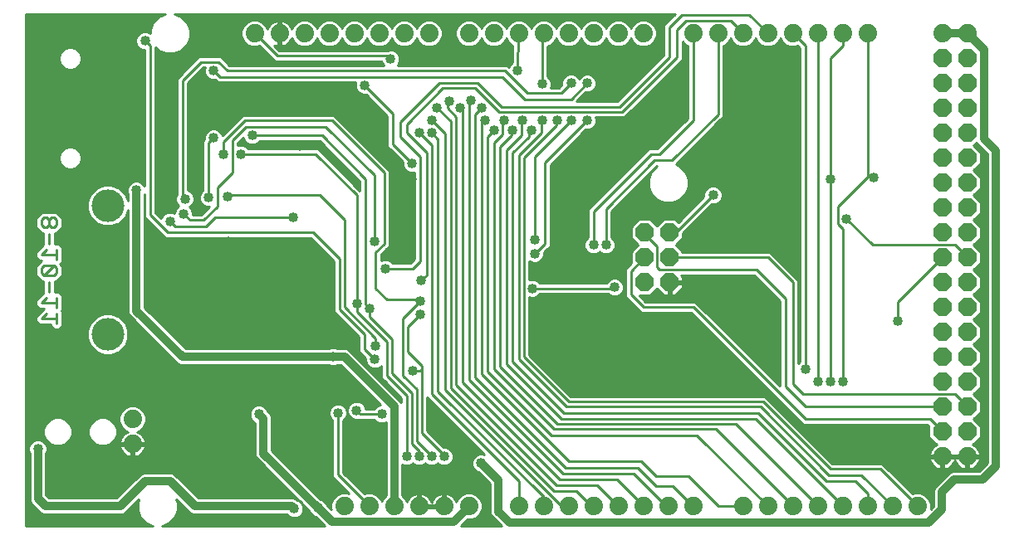
<source format=gbl>
G75*
G70*
%OFA0B0*%
%FSLAX24Y24*%
%IPPOS*%
%LPD*%
%AMOC8*
5,1,8,0,0,1.08239X$1,22.5*
%
%ADD10C,0.0110*%
%ADD11OC8,0.0740*%
%ADD12C,0.0740*%
%ADD13C,0.1310*%
%ADD14C,0.0400*%
%ADD15C,0.0100*%
%ADD16C,0.0320*%
D10*
X002424Y008834D02*
X002424Y009228D01*
X002424Y009031D02*
X001834Y009031D01*
X002031Y009228D01*
X002424Y009479D02*
X002424Y009872D01*
X002424Y009675D02*
X001834Y009675D01*
X002031Y009872D01*
X002129Y010123D02*
X002129Y010517D01*
X001932Y010768D02*
X002326Y011161D01*
X002424Y011063D01*
X002424Y010866D01*
X002326Y010768D01*
X001932Y010768D01*
X001834Y010866D01*
X001834Y011063D01*
X001932Y011161D01*
X002326Y011161D01*
X002424Y011412D02*
X002424Y011806D01*
X002424Y011609D02*
X001834Y011609D01*
X002031Y011806D01*
X002129Y012057D02*
X002129Y012450D01*
X002031Y012701D02*
X002129Y012800D01*
X002129Y012997D01*
X002031Y013095D01*
X001932Y013095D01*
X001834Y012997D01*
X001834Y012800D01*
X001932Y012701D01*
X002031Y012701D01*
X002129Y012800D02*
X002227Y012701D01*
X002326Y012701D01*
X002424Y012800D01*
X002424Y012997D01*
X002326Y013095D01*
X002227Y013095D01*
X002129Y012997D01*
D11*
X026029Y012500D03*
X027029Y012500D03*
X027029Y011500D03*
X026029Y011500D03*
X026029Y010500D03*
X027029Y010500D03*
X037979Y010500D03*
X038979Y010500D03*
X038979Y009500D03*
X037979Y009500D03*
X037979Y008500D03*
X038979Y008500D03*
X038979Y007500D03*
X037979Y007500D03*
X037979Y006500D03*
X038979Y006500D03*
X038979Y005500D03*
X037979Y005500D03*
X037979Y004500D03*
X038979Y004500D03*
X038979Y011500D03*
X037979Y011500D03*
X037979Y012500D03*
X038979Y012500D03*
X038979Y013500D03*
X037979Y013500D03*
X037979Y014500D03*
X038979Y014500D03*
X038979Y015500D03*
X037979Y015500D03*
X037979Y016500D03*
X038979Y016500D03*
X038979Y017500D03*
X037979Y017500D03*
X037979Y018500D03*
X038979Y018500D03*
X038979Y019500D03*
X037979Y019500D03*
D12*
X037979Y020500D03*
X038979Y020500D03*
X034979Y020500D03*
X033979Y020500D03*
X032979Y020500D03*
X031979Y020500D03*
X030979Y020500D03*
X029979Y020500D03*
X028979Y020500D03*
X027979Y020500D03*
X025979Y020500D03*
X024979Y020500D03*
X023979Y020500D03*
X022979Y020500D03*
X021979Y020500D03*
X020979Y020500D03*
X019979Y020500D03*
X018979Y020500D03*
X017379Y020500D03*
X016379Y020500D03*
X015379Y020500D03*
X014379Y020500D03*
X013379Y020500D03*
X012379Y020500D03*
X011379Y020500D03*
X010379Y020500D03*
X005479Y005000D03*
X005479Y004000D03*
X013979Y001500D03*
X014979Y001500D03*
X015979Y001500D03*
X016979Y001500D03*
X017979Y001500D03*
X018979Y001500D03*
X020979Y001500D03*
X021979Y001500D03*
X022979Y001500D03*
X023979Y001500D03*
X024979Y001500D03*
X025979Y001500D03*
X026979Y001500D03*
X027979Y001500D03*
X029979Y001500D03*
X030979Y001500D03*
X031979Y001500D03*
X032979Y001500D03*
X033979Y001500D03*
X034979Y001500D03*
X035979Y001500D03*
X036979Y001500D03*
X037979Y003500D03*
X038979Y003500D03*
D13*
X004479Y008415D03*
X004479Y013585D03*
D14*
X005629Y014200D03*
X004929Y015500D03*
X007579Y013850D03*
X008529Y013900D03*
X009279Y013950D03*
X007529Y013250D03*
X006979Y012950D03*
X009329Y012150D03*
X011929Y013100D03*
X015179Y012150D03*
X015679Y011590D03*
X015629Y011050D03*
X017069Y010570D03*
X017029Y009750D03*
X017029Y009200D03*
X014979Y009450D03*
X014479Y009650D03*
X012329Y008050D03*
X013529Y007500D03*
X013599Y006650D03*
X015209Y007400D03*
X015229Y007950D03*
X016729Y006950D03*
X014469Y005350D03*
X013729Y005250D03*
X015479Y005200D03*
X017859Y004860D03*
X017979Y003500D03*
X017479Y003500D03*
X016979Y003500D03*
X016479Y003500D03*
X014539Y002510D03*
X013309Y003200D03*
X012929Y001430D03*
X011969Y001400D03*
X009229Y004250D03*
X008729Y004250D03*
X008729Y004750D03*
X009229Y004750D03*
X010549Y005200D03*
X010709Y006520D03*
X010329Y010000D03*
X016679Y014640D03*
X016689Y015270D03*
X016979Y016500D03*
X017479Y016500D03*
X017479Y017000D03*
X017709Y017500D03*
X018189Y017780D03*
X018629Y017500D03*
X019059Y017800D03*
X019479Y017500D03*
X019629Y017000D03*
X019979Y016600D03*
X020379Y017000D03*
X020729Y016600D03*
X021129Y017000D03*
X021479Y016600D03*
X021929Y017000D03*
X022529Y017000D03*
X023079Y017000D03*
X023729Y017000D03*
X023729Y018500D03*
X023079Y018500D03*
X021919Y018470D03*
X020929Y019020D03*
X015839Y019470D03*
X014789Y018420D03*
X012179Y015990D03*
X010279Y016400D03*
X009829Y015650D03*
X009129Y015650D03*
X008729Y016300D03*
X007929Y018150D03*
X008729Y019000D03*
X006579Y018550D03*
X005979Y020200D03*
X021629Y012200D03*
X021629Y011650D03*
X021559Y010960D03*
X021529Y010250D03*
X023979Y012000D03*
X024479Y012000D03*
X024959Y011710D03*
X024829Y010300D03*
X022659Y008110D03*
X025019Y007260D03*
X026029Y007250D03*
X030979Y007250D03*
X032479Y007000D03*
X032979Y006500D03*
X033479Y006500D03*
X033979Y006500D03*
X036179Y008950D03*
X034129Y013050D03*
X033479Y014650D03*
X035229Y014700D03*
X030209Y014010D03*
X028779Y014000D03*
X019469Y003230D03*
X004849Y003100D03*
X002489Y003090D03*
X001679Y003800D03*
D15*
X001189Y000710D02*
X001189Y021290D01*
X006796Y021290D01*
X006526Y021178D01*
X006301Y020953D01*
X006179Y020659D01*
X006179Y020518D01*
X006053Y020570D01*
X005906Y020570D01*
X005770Y020514D01*
X005666Y020410D01*
X005609Y020274D01*
X005609Y020126D01*
X005666Y019990D01*
X005770Y019886D01*
X005906Y019830D01*
X005959Y019830D01*
X005959Y014370D01*
X005943Y014410D01*
X005839Y014514D01*
X005703Y014570D01*
X005556Y014570D01*
X005420Y014514D01*
X005316Y014410D01*
X005259Y014274D01*
X005259Y014126D01*
X005299Y014030D01*
X005299Y013761D01*
X005179Y014052D01*
X004947Y014284D01*
X004643Y014410D01*
X004315Y014410D01*
X004012Y014284D01*
X003780Y014052D01*
X003654Y013749D01*
X003654Y013421D01*
X003780Y013118D01*
X004012Y012886D01*
X004315Y012760D01*
X004643Y012760D01*
X004947Y012886D01*
X005179Y013118D01*
X005299Y013409D01*
X005299Y009284D01*
X005350Y009163D01*
X007200Y007313D01*
X007292Y007220D01*
X007414Y007170D01*
X013359Y007170D01*
X013456Y007130D01*
X013603Y007130D01*
X013699Y007170D01*
X013843Y007170D01*
X015443Y005570D01*
X015406Y005570D01*
X015270Y005514D01*
X015176Y005420D01*
X014839Y005420D01*
X014839Y005424D01*
X014783Y005560D01*
X014679Y005664D01*
X014543Y005720D01*
X014396Y005720D01*
X014260Y005664D01*
X014156Y005560D01*
X014099Y005424D01*
X014099Y005276D01*
X014156Y005140D01*
X014260Y005036D01*
X014396Y004980D01*
X015176Y004980D01*
X015270Y004886D01*
X015406Y004830D01*
X015553Y004830D01*
X015649Y004870D01*
X015649Y001934D01*
X015522Y001806D01*
X015479Y001704D01*
X015437Y001806D01*
X015285Y001958D01*
X015087Y002040D01*
X014872Y002040D01*
X014786Y002004D01*
X013939Y002851D01*
X013939Y004937D01*
X014043Y005040D01*
X014099Y005176D01*
X014099Y005324D01*
X014043Y005460D01*
X013939Y005564D01*
X013803Y005620D01*
X013656Y005620D01*
X013520Y005564D01*
X013416Y005460D01*
X013359Y005324D01*
X013359Y005176D01*
X013416Y005040D01*
X013499Y004957D01*
X013499Y002669D01*
X013628Y002540D01*
X014158Y002011D01*
X014087Y002040D01*
X013872Y002040D01*
X013673Y001958D01*
X013522Y001806D01*
X013439Y001607D01*
X013439Y001393D01*
X013444Y001383D01*
X013283Y001543D01*
X013243Y001640D01*
X013139Y001744D01*
X013042Y001784D01*
X011069Y003757D01*
X011069Y005076D01*
X011019Y005197D01*
X010903Y005313D01*
X010863Y005410D01*
X010759Y005514D01*
X010623Y005570D01*
X010476Y005570D01*
X010340Y005514D01*
X010236Y005410D01*
X010179Y005274D01*
X010179Y005126D01*
X010236Y004990D01*
X010340Y004886D01*
X010409Y004858D01*
X010409Y003554D01*
X010460Y003433D01*
X010552Y003340D01*
X012576Y001317D01*
X012616Y001220D01*
X012720Y001116D01*
X012816Y001076D01*
X013183Y000710D01*
X006662Y000710D01*
X006932Y000822D01*
X007157Y001047D01*
X007279Y001341D01*
X007279Y001659D01*
X007227Y001786D01*
X007700Y001313D01*
X007792Y001220D01*
X007914Y001170D01*
X011676Y001170D01*
X011760Y001086D01*
X011896Y001030D01*
X012043Y001030D01*
X012179Y001086D01*
X012283Y001190D01*
X012339Y001326D01*
X012339Y001474D01*
X012283Y001610D01*
X012179Y001714D01*
X012082Y001754D01*
X012056Y001780D01*
X011935Y001830D01*
X008116Y001830D01*
X007166Y002780D01*
X007045Y002830D01*
X005914Y002830D01*
X005792Y002780D01*
X005700Y002687D01*
X004843Y001830D01*
X002116Y001830D01*
X002009Y001937D01*
X002009Y003630D01*
X002049Y003726D01*
X002049Y003874D01*
X001993Y004010D01*
X001889Y004114D01*
X001753Y004170D01*
X001606Y004170D01*
X001470Y004114D01*
X001366Y004010D01*
X001309Y003874D01*
X001309Y003726D01*
X001349Y003630D01*
X001349Y001866D01*
X001349Y001734D01*
X001400Y001613D01*
X001700Y001313D01*
X001792Y001220D01*
X001914Y001170D01*
X005045Y001170D01*
X005166Y001220D01*
X005732Y001786D01*
X005679Y001659D01*
X005679Y001341D01*
X005801Y001047D01*
X006026Y000822D01*
X006296Y000710D01*
X001189Y000710D01*
X001189Y000796D02*
X006090Y000796D01*
X005954Y000894D02*
X001189Y000894D01*
X001189Y000993D02*
X005856Y000993D01*
X005783Y001091D02*
X001189Y001091D01*
X001189Y001190D02*
X001867Y001190D01*
X001725Y001288D02*
X001189Y001288D01*
X001189Y001387D02*
X001626Y001387D01*
X001528Y001485D02*
X001189Y001485D01*
X001189Y001584D02*
X001429Y001584D01*
X001371Y001682D02*
X001189Y001682D01*
X001189Y001781D02*
X001349Y001781D01*
X001349Y001879D02*
X001189Y001879D01*
X001189Y001978D02*
X001349Y001978D01*
X001349Y002076D02*
X001189Y002076D01*
X001189Y002175D02*
X001349Y002175D01*
X001349Y002273D02*
X001189Y002273D01*
X001189Y002372D02*
X001349Y002372D01*
X001349Y002470D02*
X001189Y002470D01*
X001189Y002569D02*
X001349Y002569D01*
X001349Y002667D02*
X001189Y002667D01*
X001189Y002766D02*
X001349Y002766D01*
X001349Y002864D02*
X001189Y002864D01*
X001189Y002963D02*
X001349Y002963D01*
X001349Y003061D02*
X001189Y003061D01*
X001189Y003160D02*
X001349Y003160D01*
X001349Y003258D02*
X001189Y003258D01*
X001189Y003357D02*
X001349Y003357D01*
X001349Y003455D02*
X001189Y003455D01*
X001189Y003554D02*
X001349Y003554D01*
X001340Y003652D02*
X001189Y003652D01*
X001189Y003751D02*
X001309Y003751D01*
X001309Y003849D02*
X001189Y003849D01*
X001189Y003948D02*
X001340Y003948D01*
X001402Y004046D02*
X001189Y004046D01*
X001189Y004145D02*
X001544Y004145D01*
X001814Y004145D02*
X002029Y004145D01*
X001996Y004177D02*
X002156Y004017D01*
X002366Y003930D01*
X002593Y003930D01*
X002802Y004017D01*
X002963Y004177D01*
X003049Y004387D01*
X003049Y004613D01*
X002963Y004823D01*
X002802Y004983D01*
X002593Y005070D01*
X002366Y005070D01*
X002156Y004983D01*
X001996Y004823D01*
X001909Y004613D01*
X001909Y004387D01*
X001996Y004177D01*
X001969Y004243D02*
X001189Y004243D01*
X001189Y004342D02*
X001928Y004342D01*
X001909Y004440D02*
X001189Y004440D01*
X001189Y004539D02*
X001909Y004539D01*
X001919Y004637D02*
X001189Y004637D01*
X001189Y004736D02*
X001960Y004736D01*
X002007Y004834D02*
X001189Y004834D01*
X001189Y004933D02*
X002106Y004933D01*
X002272Y005031D02*
X001189Y005031D01*
X001189Y005130D02*
X004948Y005130D01*
X004939Y005107D02*
X004939Y004893D01*
X005022Y004694D01*
X005173Y004542D01*
X005302Y004489D01*
X005280Y004482D01*
X005207Y004445D01*
X005141Y004397D01*
X005083Y004339D01*
X005035Y004273D01*
X004997Y004200D01*
X004972Y004122D01*
X004961Y004050D01*
X005429Y004050D01*
X005429Y003950D01*
X004961Y003950D01*
X004972Y003878D01*
X004997Y003800D01*
X005035Y003727D01*
X005083Y003661D01*
X005141Y003603D01*
X005207Y003555D01*
X005280Y003518D01*
X005358Y003493D01*
X005429Y003481D01*
X005429Y003950D01*
X005529Y003950D01*
X005529Y003481D01*
X005601Y003493D01*
X005679Y003518D01*
X005752Y003555D01*
X005818Y003603D01*
X005876Y003661D01*
X005924Y003727D01*
X005961Y003800D01*
X005987Y003878D01*
X005998Y003950D01*
X005529Y003950D01*
X005529Y004050D01*
X005998Y004050D01*
X005987Y004122D01*
X005961Y004200D01*
X005924Y004273D01*
X005876Y004339D01*
X005818Y004397D01*
X005752Y004445D01*
X005679Y004482D01*
X005657Y004489D01*
X005785Y004542D01*
X005937Y004694D01*
X006019Y004893D01*
X006019Y005107D01*
X005937Y005306D01*
X005785Y005458D01*
X005587Y005540D01*
X005372Y005540D01*
X005173Y005458D01*
X005022Y005306D01*
X004939Y005107D01*
X004939Y005031D02*
X004487Y005031D01*
X004393Y005070D02*
X004166Y005070D01*
X003956Y004983D01*
X003796Y004823D01*
X003709Y004613D01*
X003709Y004387D01*
X003796Y004177D01*
X003956Y004017D01*
X004166Y003930D01*
X004393Y003930D01*
X004602Y004017D01*
X004763Y004177D01*
X004849Y004387D01*
X004849Y004613D01*
X004763Y004823D01*
X004602Y004983D01*
X004393Y005070D01*
X004653Y004933D02*
X004939Y004933D01*
X004964Y004834D02*
X004751Y004834D01*
X004799Y004736D02*
X005004Y004736D01*
X005079Y004637D02*
X004840Y004637D01*
X004849Y004539D02*
X005182Y004539D01*
X005200Y004440D02*
X004849Y004440D01*
X004831Y004342D02*
X005085Y004342D01*
X005020Y004243D02*
X004790Y004243D01*
X004730Y004145D02*
X004980Y004145D01*
X004961Y003948D02*
X004435Y003948D01*
X004631Y004046D02*
X005429Y004046D01*
X005429Y003948D02*
X005529Y003948D01*
X005529Y004046D02*
X010409Y004046D01*
X010409Y003948D02*
X005997Y003948D01*
X005977Y003849D02*
X010409Y003849D01*
X010409Y003751D02*
X005936Y003751D01*
X005867Y003652D02*
X010409Y003652D01*
X010410Y003554D02*
X005748Y003554D01*
X005529Y003554D02*
X005429Y003554D01*
X005429Y003652D02*
X005529Y003652D01*
X005529Y003751D02*
X005429Y003751D01*
X005429Y003849D02*
X005529Y003849D01*
X005210Y003554D02*
X002009Y003554D01*
X002019Y003652D02*
X005092Y003652D01*
X005023Y003751D02*
X002049Y003751D01*
X002049Y003849D02*
X004982Y003849D01*
X004124Y003948D02*
X002635Y003948D01*
X002831Y004046D02*
X003927Y004046D01*
X003829Y004145D02*
X002930Y004145D01*
X002990Y004243D02*
X003769Y004243D01*
X003728Y004342D02*
X003031Y004342D01*
X003049Y004440D02*
X003709Y004440D01*
X003709Y004539D02*
X003049Y004539D01*
X003040Y004637D02*
X003719Y004637D01*
X003760Y004736D02*
X002999Y004736D01*
X002951Y004834D02*
X003807Y004834D01*
X003906Y004933D02*
X002853Y004933D01*
X002687Y005031D02*
X004072Y005031D01*
X004989Y005228D02*
X001189Y005228D01*
X001189Y005327D02*
X005042Y005327D01*
X005141Y005425D02*
X001189Y005425D01*
X001189Y005524D02*
X005332Y005524D01*
X005627Y005524D02*
X010364Y005524D01*
X010251Y005425D02*
X005818Y005425D01*
X005916Y005327D02*
X010201Y005327D01*
X010179Y005228D02*
X005969Y005228D01*
X006010Y005130D02*
X010179Y005130D01*
X010219Y005031D02*
X006019Y005031D01*
X006019Y004933D02*
X010294Y004933D01*
X010409Y004834D02*
X005995Y004834D01*
X005954Y004736D02*
X010409Y004736D01*
X010409Y004637D02*
X005880Y004637D01*
X005776Y004539D02*
X010409Y004539D01*
X010409Y004440D02*
X005758Y004440D01*
X005873Y004342D02*
X010409Y004342D01*
X010409Y004243D02*
X005939Y004243D01*
X005979Y004145D02*
X010409Y004145D01*
X011069Y004145D02*
X013499Y004145D01*
X013499Y004243D02*
X011069Y004243D01*
X011069Y004342D02*
X013499Y004342D01*
X013499Y004440D02*
X011069Y004440D01*
X011069Y004539D02*
X013499Y004539D01*
X013499Y004637D02*
X011069Y004637D01*
X011069Y004736D02*
X013499Y004736D01*
X013499Y004834D02*
X011069Y004834D01*
X011069Y004933D02*
X013499Y004933D01*
X013425Y005031D02*
X011069Y005031D01*
X011047Y005130D02*
X013379Y005130D01*
X013359Y005228D02*
X010988Y005228D01*
X010897Y005327D02*
X013361Y005327D01*
X013401Y005425D02*
X010848Y005425D01*
X010735Y005524D02*
X013480Y005524D01*
X013979Y005524D02*
X014141Y005524D01*
X014100Y005425D02*
X014057Y005425D01*
X014098Y005327D02*
X014099Y005327D01*
X014099Y005228D02*
X014119Y005228D01*
X014080Y005130D02*
X014167Y005130D01*
X014273Y005031D02*
X014034Y005031D01*
X013939Y004933D02*
X015224Y004933D01*
X015396Y004834D02*
X013939Y004834D01*
X013939Y004736D02*
X015649Y004736D01*
X015649Y004834D02*
X015563Y004834D01*
X015649Y004637D02*
X013939Y004637D01*
X013939Y004539D02*
X015649Y004539D01*
X015649Y004440D02*
X013939Y004440D01*
X013939Y004342D02*
X015649Y004342D01*
X015649Y004243D02*
X013939Y004243D01*
X013939Y004145D02*
X015649Y004145D01*
X015649Y004046D02*
X013939Y004046D01*
X013939Y003948D02*
X015649Y003948D01*
X015649Y003849D02*
X013939Y003849D01*
X013939Y003751D02*
X015649Y003751D01*
X015649Y003652D02*
X013939Y003652D01*
X013939Y003554D02*
X015649Y003554D01*
X015649Y003455D02*
X013939Y003455D01*
X013939Y003357D02*
X015649Y003357D01*
X015649Y003258D02*
X013939Y003258D01*
X013939Y003160D02*
X015649Y003160D01*
X015649Y003061D02*
X013939Y003061D01*
X013939Y002963D02*
X015649Y002963D01*
X015649Y002864D02*
X013939Y002864D01*
X014025Y002766D02*
X015649Y002766D01*
X015649Y002667D02*
X014123Y002667D01*
X014222Y002569D02*
X015649Y002569D01*
X015649Y002470D02*
X014320Y002470D01*
X014419Y002372D02*
X015649Y002372D01*
X015649Y002273D02*
X014517Y002273D01*
X014616Y002175D02*
X015649Y002175D01*
X015649Y002076D02*
X014714Y002076D01*
X014092Y002076D02*
X012750Y002076D01*
X012652Y002175D02*
X013994Y002175D01*
X013895Y002273D02*
X012553Y002273D01*
X012455Y002372D02*
X013797Y002372D01*
X013698Y002470D02*
X012356Y002470D01*
X012258Y002569D02*
X013600Y002569D01*
X013501Y002667D02*
X012159Y002667D01*
X012061Y002766D02*
X013499Y002766D01*
X013499Y002864D02*
X011962Y002864D01*
X011864Y002963D02*
X013499Y002963D01*
X013499Y003061D02*
X011765Y003061D01*
X011667Y003160D02*
X013499Y003160D01*
X013499Y003258D02*
X011568Y003258D01*
X011470Y003357D02*
X013499Y003357D01*
X013499Y003455D02*
X011371Y003455D01*
X011273Y003554D02*
X013499Y003554D01*
X013499Y003652D02*
X011174Y003652D01*
X011076Y003751D02*
X013499Y003751D01*
X013499Y003849D02*
X011069Y003849D01*
X011069Y003948D02*
X013499Y003948D01*
X013499Y004046D02*
X011069Y004046D01*
X010450Y003455D02*
X002009Y003455D01*
X002009Y003357D02*
X010536Y003357D01*
X010552Y003340D02*
X010552Y003340D01*
X010635Y003258D02*
X002009Y003258D01*
X002009Y003160D02*
X010733Y003160D01*
X010832Y003061D02*
X002009Y003061D01*
X002009Y002963D02*
X010930Y002963D01*
X011029Y002864D02*
X002009Y002864D01*
X002009Y002766D02*
X005778Y002766D01*
X005680Y002667D02*
X002009Y002667D01*
X002009Y002569D02*
X005581Y002569D01*
X005483Y002470D02*
X002009Y002470D01*
X002009Y002372D02*
X005384Y002372D01*
X005286Y002273D02*
X002009Y002273D01*
X002009Y002175D02*
X005187Y002175D01*
X005089Y002076D02*
X002009Y002076D01*
X002009Y001978D02*
X004990Y001978D01*
X004892Y001879D02*
X002067Y001879D01*
X005092Y001190D02*
X005742Y001190D01*
X005701Y001288D02*
X005234Y001288D01*
X005333Y001387D02*
X005679Y001387D01*
X005679Y001485D02*
X005431Y001485D01*
X005530Y001584D02*
X005679Y001584D01*
X005689Y001682D02*
X005628Y001682D01*
X005727Y001781D02*
X005730Y001781D01*
X007229Y001781D02*
X007232Y001781D01*
X007270Y001682D02*
X007331Y001682D01*
X007279Y001584D02*
X007429Y001584D01*
X007528Y001485D02*
X007279Y001485D01*
X007279Y001387D02*
X007626Y001387D01*
X007725Y001288D02*
X007257Y001288D01*
X007217Y001190D02*
X007867Y001190D01*
X007176Y001091D02*
X011755Y001091D01*
X012184Y001091D02*
X012781Y001091D01*
X012900Y000993D02*
X007103Y000993D01*
X007005Y000894D02*
X012999Y000894D01*
X013097Y000796D02*
X006869Y000796D01*
X007969Y001978D02*
X011915Y001978D01*
X011817Y002076D02*
X007870Y002076D01*
X007772Y002175D02*
X011718Y002175D01*
X011620Y002273D02*
X007673Y002273D01*
X007575Y002372D02*
X011521Y002372D01*
X011423Y002470D02*
X007476Y002470D01*
X007378Y002569D02*
X011324Y002569D01*
X011226Y002667D02*
X007279Y002667D01*
X007181Y002766D02*
X011127Y002766D01*
X012014Y001879D02*
X008067Y001879D01*
X012054Y001781D02*
X012112Y001781D01*
X012211Y001682D02*
X012211Y001682D01*
X012294Y001584D02*
X012309Y001584D01*
X012335Y001485D02*
X012408Y001485D01*
X012339Y001387D02*
X012506Y001387D01*
X012588Y001288D02*
X012323Y001288D01*
X012282Y001190D02*
X012647Y001190D01*
X013266Y001584D02*
X013439Y001584D01*
X013439Y001485D02*
X013341Y001485D01*
X013440Y001387D02*
X013442Y001387D01*
X013470Y001682D02*
X013201Y001682D01*
X013050Y001781D02*
X013511Y001781D01*
X013595Y001879D02*
X012947Y001879D01*
X012849Y001978D02*
X013721Y001978D01*
X013719Y002760D02*
X014979Y001500D01*
X015364Y001879D02*
X015595Y001879D01*
X015649Y001978D02*
X015238Y001978D01*
X015448Y001781D02*
X015511Y001781D01*
X016309Y001934D02*
X016309Y003170D01*
X016406Y003130D01*
X016553Y003130D01*
X016689Y003186D01*
X016729Y003227D01*
X016770Y003186D01*
X016906Y003130D01*
X017053Y003130D01*
X017189Y003186D01*
X017229Y003227D01*
X017270Y003186D01*
X017406Y003130D01*
X017553Y003130D01*
X017689Y003186D01*
X017729Y003227D01*
X017770Y003186D01*
X017906Y003130D01*
X018053Y003130D01*
X018189Y003186D01*
X018293Y003290D01*
X018349Y003426D01*
X018349Y003574D01*
X018293Y003710D01*
X018189Y003814D01*
X018053Y003870D01*
X017970Y003870D01*
X017299Y004541D01*
X017299Y005869D01*
X017388Y005780D01*
X019586Y003582D01*
X019543Y003600D01*
X019396Y003600D01*
X019260Y003544D01*
X019156Y003440D01*
X019099Y003304D01*
X019099Y003156D01*
X019156Y003020D01*
X019260Y002916D01*
X019356Y002876D01*
X019839Y002393D01*
X019839Y001224D01*
X019890Y001103D01*
X019982Y001010D01*
X020283Y000710D01*
X018666Y000710D01*
X018916Y000960D01*
X019087Y000960D01*
X019285Y001042D01*
X019437Y001194D01*
X019519Y001393D01*
X019519Y001607D01*
X019437Y001806D01*
X019285Y001958D01*
X019087Y002040D01*
X018872Y002040D01*
X018673Y001958D01*
X018522Y001806D01*
X018468Y001678D01*
X018461Y001700D01*
X018424Y001773D01*
X018376Y001839D01*
X018318Y001897D01*
X018252Y001945D01*
X018179Y001982D01*
X018101Y002007D01*
X018029Y002019D01*
X018029Y001550D01*
X017929Y001550D01*
X017929Y001450D01*
X017461Y001450D01*
X017029Y001450D01*
X017029Y001550D01*
X016929Y001550D01*
X016929Y002019D01*
X016858Y002007D01*
X016780Y001982D01*
X016707Y001945D01*
X016641Y001897D01*
X016583Y001839D01*
X016535Y001773D01*
X016497Y001700D01*
X016490Y001678D01*
X016437Y001806D01*
X016309Y001934D01*
X016309Y001978D02*
X016771Y001978D01*
X016929Y001978D02*
X017029Y001978D01*
X017029Y002019D02*
X017029Y001550D01*
X017929Y001550D01*
X017929Y002019D01*
X017858Y002007D01*
X017780Y001982D01*
X017707Y001945D01*
X017641Y001897D01*
X017583Y001839D01*
X017535Y001773D01*
X017497Y001700D01*
X017479Y001644D01*
X017461Y001700D01*
X017424Y001773D01*
X017376Y001839D01*
X017318Y001897D01*
X017252Y001945D01*
X017179Y001982D01*
X017101Y002007D01*
X017029Y002019D01*
X017029Y001879D02*
X016929Y001879D01*
X016929Y001781D02*
X017029Y001781D01*
X017029Y001682D02*
X016929Y001682D01*
X016929Y001584D02*
X017029Y001584D01*
X017029Y001485D02*
X017929Y001485D01*
X017929Y001584D02*
X018029Y001584D01*
X018029Y001682D02*
X017929Y001682D01*
X017929Y001781D02*
X018029Y001781D01*
X018029Y001879D02*
X017929Y001879D01*
X017929Y001978D02*
X018029Y001978D01*
X018188Y001978D02*
X018721Y001978D01*
X018595Y001879D02*
X018336Y001879D01*
X018418Y001781D02*
X018511Y001781D01*
X018470Y001682D02*
X018467Y001682D01*
X017771Y001978D02*
X017188Y001978D01*
X017336Y001879D02*
X017623Y001879D01*
X017540Y001781D02*
X017418Y001781D01*
X017467Y001682D02*
X017492Y001682D01*
X016623Y001879D02*
X016364Y001879D01*
X016448Y001781D02*
X016540Y001781D01*
X016492Y001682D02*
X016488Y001682D01*
X016309Y002076D02*
X019839Y002076D01*
X019839Y001978D02*
X019238Y001978D01*
X019364Y001879D02*
X019839Y001879D01*
X019839Y001781D02*
X019448Y001781D01*
X019488Y001682D02*
X019839Y001682D01*
X019839Y001584D02*
X019519Y001584D01*
X019519Y001485D02*
X019839Y001485D01*
X019839Y001387D02*
X019517Y001387D01*
X019476Y001288D02*
X019839Y001288D01*
X019854Y001190D02*
X019433Y001190D01*
X019334Y001091D02*
X019902Y001091D01*
X020000Y000993D02*
X019165Y000993D01*
X018850Y000894D02*
X020099Y000894D01*
X020197Y000796D02*
X018752Y000796D01*
X019839Y002175D02*
X016309Y002175D01*
X016309Y002273D02*
X019839Y002273D01*
X019839Y002372D02*
X016309Y002372D01*
X016309Y002470D02*
X019763Y002470D01*
X019664Y002569D02*
X016309Y002569D01*
X016309Y002667D02*
X019566Y002667D01*
X019467Y002766D02*
X016309Y002766D01*
X016309Y002864D02*
X019369Y002864D01*
X019214Y002963D02*
X016309Y002963D01*
X016309Y003061D02*
X019139Y003061D01*
X019099Y003160D02*
X018124Y003160D01*
X018261Y003258D02*
X019099Y003258D01*
X019121Y003357D02*
X018320Y003357D01*
X018349Y003455D02*
X019171Y003455D01*
X019283Y003554D02*
X018349Y003554D01*
X018317Y003652D02*
X019516Y003652D01*
X019418Y003751D02*
X018252Y003751D01*
X018104Y003849D02*
X019319Y003849D01*
X019221Y003948D02*
X017893Y003948D01*
X017794Y004046D02*
X019122Y004046D01*
X019024Y004145D02*
X017696Y004145D01*
X017597Y004243D02*
X018925Y004243D01*
X018827Y004342D02*
X017499Y004342D01*
X017400Y004440D02*
X018728Y004440D01*
X018630Y004539D02*
X017302Y004539D01*
X017299Y004637D02*
X018531Y004637D01*
X018433Y004736D02*
X017299Y004736D01*
X017299Y004834D02*
X018334Y004834D01*
X018236Y004933D02*
X017299Y004933D01*
X017299Y005031D02*
X018137Y005031D01*
X018039Y005130D02*
X017299Y005130D01*
X017299Y005228D02*
X017940Y005228D01*
X017842Y005327D02*
X017299Y005327D01*
X017299Y005425D02*
X017743Y005425D01*
X017645Y005524D02*
X017299Y005524D01*
X017299Y005622D02*
X017546Y005622D01*
X017448Y005721D02*
X017299Y005721D01*
X017299Y005819D02*
X017349Y005819D01*
X017479Y006000D02*
X017479Y016000D01*
X016979Y016500D01*
X016479Y016500D02*
X017279Y015700D01*
X017279Y010780D01*
X017069Y010570D01*
X016729Y011050D02*
X015629Y011050D01*
X015868Y011335D02*
X016703Y011335D01*
X016638Y011270D02*
X015933Y011270D01*
X015839Y011364D01*
X015703Y011420D01*
X015556Y011420D01*
X015449Y011376D01*
X015449Y011609D01*
X015670Y011830D01*
X015799Y011959D01*
X015799Y014991D01*
X013570Y017220D01*
X009888Y017220D01*
X009759Y017091D01*
X009082Y016414D01*
X009043Y016510D01*
X008939Y016614D01*
X008803Y016670D01*
X008656Y016670D01*
X008520Y016614D01*
X008416Y016510D01*
X008359Y016374D01*
X008359Y016241D01*
X008309Y016191D01*
X008309Y014203D01*
X008216Y014110D01*
X008159Y013974D01*
X008159Y013826D01*
X008216Y013690D01*
X008320Y013586D01*
X008456Y013530D01*
X008548Y013530D01*
X008238Y013220D01*
X007899Y013220D01*
X007899Y013324D01*
X007843Y013460D01*
X007773Y013530D01*
X007789Y013536D01*
X007893Y013640D01*
X007949Y013776D01*
X007949Y013924D01*
X007893Y014060D01*
X007789Y014164D01*
X007699Y014201D01*
X007699Y018509D01*
X008320Y019130D01*
X008383Y019130D01*
X008359Y019074D01*
X008359Y018926D01*
X008416Y018790D01*
X008520Y018686D01*
X008656Y018630D01*
X008788Y018630D01*
X008888Y018530D01*
X014434Y018530D01*
X014419Y018494D01*
X014419Y018346D01*
X014476Y018210D01*
X014580Y018106D01*
X014716Y018050D01*
X014848Y018050D01*
X015709Y017189D01*
X015709Y015959D01*
X015838Y015830D01*
X016321Y015347D01*
X016319Y015344D01*
X016319Y015196D01*
X016376Y015060D01*
X016480Y014956D01*
X016616Y014900D01*
X016763Y014900D01*
X016809Y014919D01*
X016809Y011441D01*
X016638Y011270D01*
X016802Y011434D02*
X015449Y011434D01*
X015449Y011532D02*
X016809Y011532D01*
X016809Y011631D02*
X015471Y011631D01*
X015569Y011729D02*
X016809Y011729D01*
X016809Y011828D02*
X015668Y011828D01*
X015766Y011926D02*
X016809Y011926D01*
X016809Y012025D02*
X015799Y012025D01*
X015799Y012123D02*
X016809Y012123D01*
X016809Y012222D02*
X015799Y012222D01*
X015799Y012320D02*
X016809Y012320D01*
X016809Y012419D02*
X015799Y012419D01*
X015799Y012517D02*
X016809Y012517D01*
X016809Y012616D02*
X015799Y012616D01*
X015799Y012714D02*
X016809Y012714D01*
X016809Y012813D02*
X015799Y012813D01*
X015799Y012911D02*
X016809Y012911D01*
X016809Y013010D02*
X015799Y013010D01*
X015799Y013108D02*
X016809Y013108D01*
X016809Y013207D02*
X015799Y013207D01*
X015799Y013305D02*
X016809Y013305D01*
X016809Y013404D02*
X015799Y013404D01*
X015799Y013502D02*
X016809Y013502D01*
X016809Y013601D02*
X015799Y013601D01*
X015799Y013699D02*
X016809Y013699D01*
X016809Y013798D02*
X015799Y013798D01*
X015799Y013896D02*
X016809Y013896D01*
X016809Y013995D02*
X015799Y013995D01*
X015799Y014093D02*
X016809Y014093D01*
X016809Y014192D02*
X015799Y014192D01*
X015799Y014290D02*
X016809Y014290D01*
X016809Y014389D02*
X015799Y014389D01*
X015799Y014487D02*
X016809Y014487D01*
X016809Y014586D02*
X015799Y014586D01*
X015799Y014684D02*
X016809Y014684D01*
X016809Y014783D02*
X015799Y014783D01*
X015799Y014881D02*
X016809Y014881D01*
X016457Y014980D02*
X015799Y014980D01*
X015712Y015078D02*
X016368Y015078D01*
X016328Y015177D02*
X015614Y015177D01*
X015515Y015275D02*
X016319Y015275D01*
X016295Y015374D02*
X015417Y015374D01*
X015318Y015472D02*
X016196Y015472D01*
X016098Y015571D02*
X015220Y015571D01*
X015121Y015669D02*
X015999Y015669D01*
X015901Y015768D02*
X015023Y015768D01*
X014924Y015866D02*
X015802Y015866D01*
X015709Y015965D02*
X014826Y015965D01*
X014727Y016063D02*
X015709Y016063D01*
X015709Y016162D02*
X014629Y016162D01*
X014530Y016260D02*
X015709Y016260D01*
X015709Y016359D02*
X014432Y016359D01*
X014333Y016457D02*
X015709Y016457D01*
X015709Y016556D02*
X014235Y016556D01*
X014136Y016654D02*
X015709Y016654D01*
X015709Y016753D02*
X014038Y016753D01*
X013939Y016851D02*
X015709Y016851D01*
X015709Y016950D02*
X013841Y016950D01*
X013742Y017048D02*
X015709Y017048D01*
X015709Y017147D02*
X013644Y017147D01*
X013479Y017000D02*
X012829Y017000D01*
X012479Y017000D01*
X009979Y017000D01*
X009129Y016150D01*
X009129Y015650D01*
X009699Y015997D02*
X009699Y016109D01*
X009912Y016321D01*
X009966Y016190D01*
X010070Y016086D01*
X010206Y016030D01*
X010353Y016030D01*
X010489Y016086D01*
X010583Y016180D01*
X012988Y016180D01*
X014609Y014559D01*
X014609Y014181D01*
X014570Y014220D01*
X012920Y015870D01*
X010133Y015870D01*
X010039Y015964D01*
X009903Y016020D01*
X009756Y016020D01*
X009699Y015997D01*
X009699Y016063D02*
X010126Y016063D01*
X010037Y015965D02*
X013204Y015965D01*
X013105Y016063D02*
X010433Y016063D01*
X010564Y016162D02*
X013007Y016162D01*
X013079Y016400D02*
X014829Y014650D01*
X014829Y009600D01*
X014979Y009450D01*
X014979Y009100D01*
X015879Y008200D01*
X015879Y006850D01*
X016679Y006050D01*
X016679Y004000D01*
X016979Y003700D01*
X016979Y003500D01*
X016834Y003160D02*
X016624Y003160D01*
X016334Y003160D02*
X016309Y003160D01*
X016479Y003500D02*
X016479Y005950D01*
X015679Y006750D01*
X015679Y008100D01*
X014479Y009300D01*
X014479Y009650D01*
X014479Y014000D01*
X012829Y015650D01*
X009829Y015650D01*
X009752Y016162D02*
X009995Y016162D01*
X009937Y016260D02*
X009850Y016260D01*
X009479Y016200D02*
X009479Y014900D01*
X008879Y014300D01*
X008879Y013550D01*
X008329Y013000D01*
X007779Y013000D01*
X007529Y013250D01*
X007192Y013404D02*
X006399Y013404D01*
X006399Y013502D02*
X007258Y013502D01*
X007216Y013460D02*
X007159Y013324D01*
X007159Y013276D01*
X007053Y013320D01*
X006906Y013320D01*
X006770Y013264D01*
X006666Y013160D01*
X006626Y013064D01*
X006399Y013291D01*
X006399Y019949D01*
X006526Y019822D01*
X006820Y019700D01*
X007138Y019700D01*
X007432Y019822D01*
X007657Y020047D01*
X007779Y020341D01*
X007779Y020659D01*
X007657Y020953D01*
X007432Y021178D01*
X007162Y021290D01*
X027258Y021290D01*
X026938Y020970D01*
X026809Y020841D01*
X026809Y019641D01*
X024938Y017770D01*
X023310Y017770D01*
X023670Y018130D01*
X023803Y018130D01*
X023939Y018186D01*
X024043Y018290D01*
X024099Y018426D01*
X024099Y018574D01*
X024043Y018710D01*
X023939Y018814D01*
X023803Y018870D01*
X023656Y018870D01*
X023520Y018814D01*
X023416Y018710D01*
X023404Y018682D01*
X023393Y018710D01*
X023289Y018814D01*
X023153Y018870D01*
X023006Y018870D01*
X022870Y018814D01*
X022766Y018710D01*
X022709Y018574D01*
X022709Y018441D01*
X022588Y018320D01*
X022258Y018320D01*
X022289Y018396D01*
X022289Y018544D01*
X022233Y018680D01*
X022139Y018773D01*
X022139Y019982D01*
X022285Y020042D01*
X022437Y020194D01*
X022479Y020296D01*
X022522Y020194D01*
X022673Y020042D01*
X022872Y019960D01*
X023087Y019960D01*
X023285Y020042D01*
X023437Y020194D01*
X023479Y020296D01*
X023522Y020194D01*
X023673Y020042D01*
X023872Y019960D01*
X024087Y019960D01*
X024285Y020042D01*
X024437Y020194D01*
X024479Y020296D01*
X024522Y020194D01*
X024673Y020042D01*
X024872Y019960D01*
X025087Y019960D01*
X025285Y020042D01*
X025437Y020194D01*
X025479Y020296D01*
X025522Y020194D01*
X025673Y020042D01*
X025872Y019960D01*
X026087Y019960D01*
X026285Y020042D01*
X026437Y020194D01*
X026519Y020393D01*
X026519Y020607D01*
X026437Y020806D01*
X026285Y020958D01*
X026087Y021040D01*
X025872Y021040D01*
X025673Y020958D01*
X025522Y020806D01*
X025479Y020704D01*
X025437Y020806D01*
X025285Y020958D01*
X025087Y021040D01*
X024872Y021040D01*
X024673Y020958D01*
X024522Y020806D01*
X024479Y020704D01*
X024437Y020806D01*
X024285Y020958D01*
X024087Y021040D01*
X023872Y021040D01*
X023673Y020958D01*
X023522Y020806D01*
X023479Y020704D01*
X023437Y020806D01*
X023285Y020958D01*
X023087Y021040D01*
X022872Y021040D01*
X022673Y020958D01*
X022522Y020806D01*
X022479Y020704D01*
X022437Y020806D01*
X022285Y020958D01*
X022087Y021040D01*
X021872Y021040D01*
X021673Y020958D01*
X021522Y020806D01*
X021479Y020704D01*
X021437Y020806D01*
X021285Y020958D01*
X021087Y021040D01*
X020872Y021040D01*
X020673Y020958D01*
X020522Y020806D01*
X020479Y020704D01*
X020437Y020806D01*
X020285Y020958D01*
X020087Y021040D01*
X019872Y021040D01*
X019673Y020958D01*
X019522Y020806D01*
X019479Y020704D01*
X019437Y020806D01*
X019285Y020958D01*
X019087Y021040D01*
X018872Y021040D01*
X018673Y020958D01*
X018522Y020806D01*
X018439Y020607D01*
X018439Y020393D01*
X018522Y020194D01*
X018673Y020042D01*
X018872Y019960D01*
X019087Y019960D01*
X019285Y020042D01*
X019437Y020194D01*
X019479Y020296D01*
X019522Y020194D01*
X019673Y020042D01*
X019872Y019960D01*
X020087Y019960D01*
X020285Y020042D01*
X020437Y020194D01*
X020479Y020296D01*
X020522Y020194D01*
X020673Y020042D01*
X020723Y020022D01*
X020714Y019327D01*
X020616Y019230D01*
X020585Y019155D01*
X020520Y019220D01*
X016113Y019220D01*
X016153Y019260D01*
X016209Y019396D01*
X016209Y019544D01*
X016153Y019680D01*
X016049Y019784D01*
X015913Y019840D01*
X015766Y019840D01*
X015717Y019820D01*
X011370Y019820D01*
X011165Y020026D01*
X011180Y020018D01*
X011258Y019993D01*
X011329Y019981D01*
X011329Y020450D01*
X011429Y020450D01*
X011429Y019981D01*
X011501Y019993D01*
X011579Y020018D01*
X011652Y020055D01*
X011718Y020103D01*
X011776Y020161D01*
X011824Y020227D01*
X011861Y020300D01*
X011868Y020322D01*
X011922Y020194D01*
X012073Y020042D01*
X012272Y019960D01*
X012487Y019960D01*
X012685Y020042D01*
X012837Y020194D01*
X012879Y020296D01*
X012922Y020194D01*
X013073Y020042D01*
X013272Y019960D01*
X013487Y019960D01*
X013685Y020042D01*
X013837Y020194D01*
X013879Y020296D01*
X013922Y020194D01*
X014073Y020042D01*
X014272Y019960D01*
X014487Y019960D01*
X014685Y020042D01*
X014837Y020194D01*
X014879Y020296D01*
X014922Y020194D01*
X015073Y020042D01*
X015272Y019960D01*
X015487Y019960D01*
X015685Y020042D01*
X015837Y020194D01*
X015879Y020296D01*
X015922Y020194D01*
X016073Y020042D01*
X016272Y019960D01*
X016487Y019960D01*
X016685Y020042D01*
X016837Y020194D01*
X016879Y020296D01*
X016922Y020194D01*
X017073Y020042D01*
X017272Y019960D01*
X017487Y019960D01*
X017685Y020042D01*
X017837Y020194D01*
X017919Y020393D01*
X017919Y020607D01*
X017837Y020806D01*
X017685Y020958D01*
X017487Y021040D01*
X017272Y021040D01*
X017073Y020958D01*
X016922Y020806D01*
X016879Y020704D01*
X016837Y020806D01*
X016685Y020958D01*
X016487Y021040D01*
X016272Y021040D01*
X016073Y020958D01*
X015922Y020806D01*
X015879Y020704D01*
X015837Y020806D01*
X015685Y020958D01*
X015487Y021040D01*
X015272Y021040D01*
X015073Y020958D01*
X014922Y020806D01*
X014879Y020704D01*
X014837Y020806D01*
X014685Y020958D01*
X014487Y021040D01*
X014272Y021040D01*
X014073Y020958D01*
X013922Y020806D01*
X013879Y020704D01*
X013837Y020806D01*
X013685Y020958D01*
X013487Y021040D01*
X013272Y021040D01*
X013073Y020958D01*
X012922Y020806D01*
X012879Y020704D01*
X012837Y020806D01*
X012685Y020958D01*
X012487Y021040D01*
X012272Y021040D01*
X012073Y020958D01*
X011922Y020806D01*
X011868Y020678D01*
X011861Y020700D01*
X011824Y020773D01*
X011776Y020839D01*
X011718Y020897D01*
X011652Y020945D01*
X011579Y020982D01*
X011501Y021007D01*
X011429Y021019D01*
X011429Y020550D01*
X011329Y020550D01*
X011329Y021019D01*
X011258Y021007D01*
X011180Y020982D01*
X011107Y020945D01*
X011041Y020897D01*
X010983Y020839D01*
X010935Y020773D01*
X010897Y020700D01*
X010890Y020678D01*
X010837Y020806D01*
X010685Y020958D01*
X010487Y021040D01*
X010272Y021040D01*
X010073Y020958D01*
X009922Y020806D01*
X009839Y020607D01*
X009839Y020393D01*
X009922Y020194D01*
X010073Y020042D01*
X010272Y019960D01*
X010487Y019960D01*
X010573Y019996D01*
X011059Y019509D01*
X011188Y019380D01*
X015476Y019380D01*
X015526Y019260D01*
X015566Y019220D01*
X009370Y019220D01*
X009020Y019570D01*
X008138Y019570D01*
X008009Y019441D01*
X007388Y018820D01*
X007259Y018691D01*
X007259Y014044D01*
X007209Y013924D01*
X007209Y013776D01*
X007266Y013640D01*
X007336Y013570D01*
X007320Y013564D01*
X007216Y013460D01*
X007159Y013305D02*
X007089Y013305D01*
X006870Y013305D02*
X006399Y013305D01*
X006484Y013207D02*
X006713Y013207D01*
X006644Y013108D02*
X006582Y013108D01*
X006179Y013200D02*
X006179Y020000D01*
X005979Y020200D01*
X005609Y020200D02*
X001189Y020200D01*
X001189Y020102D02*
X005620Y020102D01*
X005660Y020003D02*
X001189Y020003D01*
X001189Y019905D02*
X002792Y019905D01*
X002727Y019878D02*
X002602Y019752D01*
X002534Y019589D01*
X002534Y019411D01*
X002602Y019248D01*
X002727Y019122D01*
X002891Y019054D01*
X003068Y019054D01*
X003232Y019122D01*
X003357Y019248D01*
X003425Y019411D01*
X003425Y019589D01*
X003357Y019752D01*
X003232Y019878D01*
X003068Y019946D01*
X002891Y019946D01*
X002727Y019878D01*
X002655Y019806D02*
X001189Y019806D01*
X001189Y019708D02*
X002583Y019708D01*
X002542Y019609D02*
X001189Y019609D01*
X001189Y019511D02*
X002534Y019511D01*
X002534Y019412D02*
X001189Y019412D01*
X001189Y019314D02*
X002574Y019314D01*
X002634Y019215D02*
X001189Y019215D01*
X001189Y019117D02*
X002741Y019117D01*
X003218Y019117D02*
X005959Y019117D01*
X005959Y019215D02*
X003325Y019215D01*
X003384Y019314D02*
X005959Y019314D01*
X005959Y019412D02*
X003425Y019412D01*
X003425Y019511D02*
X005959Y019511D01*
X005959Y019609D02*
X003416Y019609D01*
X003376Y019708D02*
X005959Y019708D01*
X005959Y019806D02*
X003303Y019806D01*
X003167Y019905D02*
X005752Y019905D01*
X005620Y020299D02*
X001189Y020299D01*
X001189Y020397D02*
X005660Y020397D01*
X005752Y020496D02*
X001189Y020496D01*
X001189Y020594D02*
X006179Y020594D01*
X006193Y020693D02*
X001189Y020693D01*
X001189Y020791D02*
X006234Y020791D01*
X006275Y020890D02*
X001189Y020890D01*
X001189Y020988D02*
X006336Y020988D01*
X006435Y021087D02*
X001189Y021087D01*
X001189Y021185D02*
X006543Y021185D01*
X006781Y021284D02*
X001189Y021284D01*
X001189Y019018D02*
X005959Y019018D01*
X005959Y018920D02*
X001189Y018920D01*
X001189Y018821D02*
X005959Y018821D01*
X005959Y018723D02*
X001189Y018723D01*
X001189Y018624D02*
X005959Y018624D01*
X005959Y018526D02*
X001189Y018526D01*
X001189Y018427D02*
X005959Y018427D01*
X005959Y018329D02*
X001189Y018329D01*
X001189Y018230D02*
X005959Y018230D01*
X005959Y018132D02*
X001189Y018132D01*
X001189Y018033D02*
X005959Y018033D01*
X005959Y017935D02*
X001189Y017935D01*
X001189Y017836D02*
X005959Y017836D01*
X005959Y017738D02*
X001189Y017738D01*
X001189Y017639D02*
X005959Y017639D01*
X005959Y017541D02*
X001189Y017541D01*
X001189Y017442D02*
X005959Y017442D01*
X005959Y017344D02*
X001189Y017344D01*
X001189Y017245D02*
X005959Y017245D01*
X005959Y017147D02*
X001189Y017147D01*
X001189Y017048D02*
X005959Y017048D01*
X005959Y016950D02*
X001189Y016950D01*
X001189Y016851D02*
X005959Y016851D01*
X005959Y016753D02*
X001189Y016753D01*
X001189Y016654D02*
X005959Y016654D01*
X005959Y016556D02*
X001189Y016556D01*
X001189Y016457D02*
X005959Y016457D01*
X005959Y016359D02*
X001189Y016359D01*
X001189Y016260D02*
X005959Y016260D01*
X005959Y016162D02*
X001189Y016162D01*
X001189Y016063D02*
X005959Y016063D01*
X005959Y015965D02*
X001189Y015965D01*
X001189Y015866D02*
X002715Y015866D01*
X002727Y015878D02*
X002602Y015752D01*
X002534Y015589D01*
X002534Y015411D01*
X002602Y015248D01*
X002727Y015122D01*
X002891Y015054D01*
X003068Y015054D01*
X003232Y015122D01*
X003357Y015248D01*
X003425Y015411D01*
X003425Y015589D01*
X003357Y015752D01*
X003232Y015878D01*
X003068Y015946D01*
X002891Y015946D01*
X002727Y015878D01*
X002617Y015768D02*
X001189Y015768D01*
X001189Y015669D02*
X002567Y015669D01*
X002534Y015571D02*
X001189Y015571D01*
X001189Y015472D02*
X002534Y015472D01*
X002549Y015374D02*
X001189Y015374D01*
X001189Y015275D02*
X002590Y015275D01*
X002673Y015177D02*
X001189Y015177D01*
X001189Y015078D02*
X002834Y015078D01*
X003125Y015078D02*
X005959Y015078D01*
X005959Y014980D02*
X001189Y014980D01*
X001189Y014881D02*
X005959Y014881D01*
X005959Y014783D02*
X001189Y014783D01*
X001189Y014684D02*
X005959Y014684D01*
X005959Y014586D02*
X001189Y014586D01*
X001189Y014487D02*
X005393Y014487D01*
X005307Y014389D02*
X004695Y014389D01*
X004933Y014290D02*
X005266Y014290D01*
X005259Y014192D02*
X005040Y014192D01*
X005138Y014093D02*
X005273Y014093D01*
X005299Y013995D02*
X005203Y013995D01*
X005243Y013896D02*
X005299Y013896D01*
X005299Y013798D02*
X005284Y013798D01*
X005297Y013404D02*
X005299Y013404D01*
X005299Y013305D02*
X005256Y013305D01*
X005216Y013207D02*
X005299Y013207D01*
X005299Y013108D02*
X005169Y013108D01*
X005071Y013010D02*
X005299Y013010D01*
X005299Y012911D02*
X004972Y012911D01*
X004770Y012813D02*
X005299Y012813D01*
X005299Y012714D02*
X002649Y012714D01*
X002649Y012707D02*
X002649Y013090D01*
X002551Y013188D01*
X002419Y013320D01*
X002134Y013320D01*
X002129Y013315D01*
X002124Y013320D01*
X001839Y013320D01*
X001748Y013229D01*
X001741Y013222D01*
X001741Y013222D01*
X001684Y013165D01*
X001609Y013090D01*
X001609Y012707D01*
X001687Y012629D01*
X001741Y012575D01*
X001761Y012554D01*
X001839Y012476D01*
X001904Y012476D01*
X001904Y011998D01*
X001741Y011834D01*
X001741Y011834D01*
X001717Y011810D01*
X001609Y011702D01*
X001609Y011516D01*
X001676Y011449D01*
X001741Y011384D01*
X001837Y011384D01*
X001763Y011311D01*
X001741Y011288D01*
X001741Y011288D01*
X001684Y011232D01*
X001609Y011156D01*
X001609Y010773D01*
X001687Y010695D01*
X001741Y010641D01*
X001757Y010625D01*
X001839Y010543D01*
X001904Y010543D01*
X001904Y010064D01*
X001741Y009900D01*
X001717Y009877D01*
X001609Y009769D01*
X001609Y009582D01*
X001676Y009515D01*
X001741Y009450D01*
X001935Y009450D01*
X001741Y009256D01*
X001741Y009256D01*
X001717Y009232D01*
X001609Y009124D01*
X001609Y008938D01*
X001676Y008871D01*
X001741Y008806D01*
X002199Y008806D01*
X002199Y008741D01*
X002331Y008609D01*
X002518Y008609D01*
X002649Y008741D01*
X002649Y009321D01*
X002617Y009353D01*
X002649Y009385D01*
X002649Y009965D01*
X002518Y010097D01*
X002354Y010097D01*
X002354Y010543D01*
X002419Y010543D01*
X002518Y010641D01*
X002649Y010773D01*
X002649Y011156D01*
X002568Y011238D01*
X002649Y011319D01*
X002649Y011899D01*
X002518Y012031D01*
X002354Y012031D01*
X002354Y012476D01*
X002419Y012476D01*
X002518Y012575D01*
X002649Y012707D01*
X002649Y012813D02*
X004188Y012813D01*
X003987Y012911D02*
X002649Y012911D01*
X002649Y013010D02*
X003888Y013010D01*
X003790Y013108D02*
X002631Y013108D01*
X002533Y013207D02*
X003743Y013207D01*
X003702Y013305D02*
X002434Y013305D01*
X001824Y013305D02*
X001189Y013305D01*
X001189Y013207D02*
X001726Y013207D01*
X001627Y013108D02*
X001189Y013108D01*
X001189Y013010D02*
X001609Y013010D01*
X001609Y012911D02*
X001189Y012911D01*
X001189Y012813D02*
X001609Y012813D01*
X001609Y012714D02*
X001189Y012714D01*
X001189Y012616D02*
X001700Y012616D01*
X001741Y012575D02*
X001741Y012575D01*
X001798Y012517D02*
X001189Y012517D01*
X001189Y012419D02*
X001904Y012419D01*
X001904Y012320D02*
X001189Y012320D01*
X001189Y012222D02*
X001904Y012222D01*
X001904Y012123D02*
X001189Y012123D01*
X001189Y012025D02*
X001904Y012025D01*
X001833Y011926D02*
X001189Y011926D01*
X001189Y011828D02*
X001734Y011828D01*
X001636Y011729D02*
X001189Y011729D01*
X001189Y011631D02*
X001609Y011631D01*
X001609Y011532D02*
X001189Y011532D01*
X001189Y011434D02*
X001691Y011434D01*
X001788Y011335D02*
X001189Y011335D01*
X001189Y011237D02*
X001689Y011237D01*
X001609Y011138D02*
X001189Y011138D01*
X001189Y011040D02*
X001609Y011040D01*
X001609Y010941D02*
X001189Y010941D01*
X001189Y010843D02*
X001609Y010843D01*
X001638Y010744D02*
X001189Y010744D01*
X001189Y010646D02*
X001736Y010646D01*
X001741Y010641D02*
X001741Y010641D01*
X001835Y010547D02*
X001189Y010547D01*
X001189Y010449D02*
X001904Y010449D01*
X001904Y010350D02*
X001189Y010350D01*
X001189Y010252D02*
X001904Y010252D01*
X001904Y010153D02*
X001189Y010153D01*
X001189Y010055D02*
X001895Y010055D01*
X001796Y009956D02*
X001189Y009956D01*
X001189Y009858D02*
X001698Y009858D01*
X001741Y009900D02*
X001741Y009900D01*
X001609Y009759D02*
X001189Y009759D01*
X001189Y009661D02*
X001609Y009661D01*
X001629Y009562D02*
X001189Y009562D01*
X001189Y009464D02*
X001728Y009464D01*
X001850Y009365D02*
X001189Y009365D01*
X001189Y009267D02*
X001751Y009267D01*
X001653Y009168D02*
X001189Y009168D01*
X001189Y009070D02*
X001609Y009070D01*
X001609Y008971D02*
X001189Y008971D01*
X001189Y008873D02*
X001674Y008873D01*
X001189Y008774D02*
X002199Y008774D01*
X002265Y008676D02*
X001189Y008676D01*
X001189Y008577D02*
X003654Y008577D01*
X003654Y008579D02*
X003654Y008251D01*
X003780Y007948D01*
X004012Y007716D01*
X004315Y007590D01*
X004643Y007590D01*
X004947Y007716D01*
X005179Y007948D01*
X005304Y008251D01*
X005304Y008579D01*
X005179Y008882D01*
X004947Y009114D01*
X004643Y009240D01*
X004315Y009240D01*
X004012Y009114D01*
X003780Y008882D01*
X003654Y008579D01*
X003654Y008479D02*
X001189Y008479D01*
X001189Y008380D02*
X003654Y008380D01*
X003654Y008282D02*
X001189Y008282D01*
X001189Y008183D02*
X003682Y008183D01*
X003723Y008085D02*
X001189Y008085D01*
X001189Y007986D02*
X003764Y007986D01*
X003840Y007888D02*
X001189Y007888D01*
X001189Y007789D02*
X003939Y007789D01*
X004073Y007691D02*
X001189Y007691D01*
X001189Y007592D02*
X004310Y007592D01*
X004648Y007592D02*
X006921Y007592D01*
X007019Y007494D02*
X001189Y007494D01*
X001189Y007395D02*
X007118Y007395D01*
X007216Y007297D02*
X001189Y007297D01*
X001189Y007198D02*
X007346Y007198D01*
X006822Y007691D02*
X004886Y007691D01*
X005020Y007789D02*
X006724Y007789D01*
X006625Y007888D02*
X005119Y007888D01*
X005195Y007986D02*
X006527Y007986D01*
X006428Y008085D02*
X005235Y008085D01*
X005276Y008183D02*
X006330Y008183D01*
X006231Y008282D02*
X005304Y008282D01*
X005304Y008380D02*
X006133Y008380D01*
X006034Y008479D02*
X005304Y008479D01*
X005304Y008577D02*
X005936Y008577D01*
X005837Y008676D02*
X005264Y008676D01*
X005224Y008774D02*
X005739Y008774D01*
X005640Y008873D02*
X005183Y008873D01*
X005090Y008971D02*
X005542Y008971D01*
X005443Y009070D02*
X004992Y009070D01*
X004817Y009168D02*
X005348Y009168D01*
X005307Y009267D02*
X002649Y009267D01*
X002649Y009168D02*
X004141Y009168D01*
X003967Y009070D02*
X002649Y009070D01*
X002649Y008971D02*
X003869Y008971D01*
X003776Y008873D02*
X002649Y008873D01*
X002649Y008774D02*
X003735Y008774D01*
X003694Y008676D02*
X002584Y008676D01*
X002629Y009365D02*
X005299Y009365D01*
X005299Y009464D02*
X002649Y009464D01*
X002649Y009562D02*
X005299Y009562D01*
X005299Y009661D02*
X002649Y009661D01*
X002649Y009759D02*
X005299Y009759D01*
X005299Y009858D02*
X002649Y009858D01*
X002649Y009956D02*
X005299Y009956D01*
X005299Y010055D02*
X002560Y010055D01*
X002354Y010153D02*
X005299Y010153D01*
X005299Y010252D02*
X002354Y010252D01*
X002354Y010350D02*
X005299Y010350D01*
X005299Y010449D02*
X002354Y010449D01*
X002423Y010547D02*
X005299Y010547D01*
X005299Y010646D02*
X002522Y010646D01*
X002620Y010744D02*
X005299Y010744D01*
X005299Y010843D02*
X002649Y010843D01*
X002649Y010941D02*
X005299Y010941D01*
X005299Y011040D02*
X002649Y011040D01*
X002649Y011138D02*
X005299Y011138D01*
X005299Y011237D02*
X002569Y011237D01*
X002649Y011335D02*
X005299Y011335D01*
X005299Y011434D02*
X002649Y011434D01*
X002649Y011532D02*
X005299Y011532D01*
X005299Y011631D02*
X002649Y011631D01*
X002649Y011729D02*
X005299Y011729D01*
X005299Y011828D02*
X002649Y011828D01*
X002622Y011926D02*
X005299Y011926D01*
X005299Y012025D02*
X002524Y012025D01*
X002354Y012123D02*
X005299Y012123D01*
X005299Y012222D02*
X002354Y012222D01*
X002354Y012320D02*
X005299Y012320D01*
X005299Y012419D02*
X002354Y012419D01*
X002460Y012517D02*
X005299Y012517D01*
X005299Y012616D02*
X002558Y012616D01*
X003662Y013404D02*
X001189Y013404D01*
X001189Y013502D02*
X003654Y013502D01*
X003654Y013601D02*
X001189Y013601D01*
X001189Y013699D02*
X003654Y013699D01*
X003674Y013798D02*
X001189Y013798D01*
X001189Y013896D02*
X003715Y013896D01*
X003756Y013995D02*
X001189Y013995D01*
X001189Y014093D02*
X003821Y014093D01*
X003919Y014192D02*
X001189Y014192D01*
X001189Y014290D02*
X004026Y014290D01*
X004263Y014389D02*
X001189Y014389D01*
X003286Y015177D02*
X005959Y015177D01*
X005959Y015275D02*
X003368Y015275D01*
X003409Y015374D02*
X005959Y015374D01*
X005959Y015472D02*
X003425Y015472D01*
X003425Y015571D02*
X005959Y015571D01*
X005959Y015669D02*
X003392Y015669D01*
X003342Y015768D02*
X005959Y015768D01*
X005959Y015866D02*
X003243Y015866D01*
X005866Y014487D02*
X005959Y014487D01*
X005952Y014389D02*
X005959Y014389D01*
X005959Y014030D02*
X005959Y013109D01*
X006088Y012980D01*
X006788Y012280D01*
X012638Y012280D01*
X013559Y011359D01*
X013559Y009309D01*
X013688Y009180D01*
X014559Y008309D01*
X014559Y007709D01*
X014688Y007580D01*
X014839Y007429D01*
X014839Y007326D01*
X014896Y007190D01*
X015000Y007086D01*
X015136Y007030D01*
X015283Y007030D01*
X015419Y007086D01*
X015459Y007127D01*
X015459Y006659D01*
X015588Y006530D01*
X016259Y005859D01*
X016259Y005686D01*
X016259Y005687D01*
X016166Y005780D01*
X014259Y007687D01*
X014166Y007780D01*
X014045Y007830D01*
X013699Y007830D01*
X013603Y007870D01*
X013456Y007870D01*
X013359Y007830D01*
X007616Y007830D01*
X005959Y009487D01*
X005959Y014030D01*
X005959Y014030D01*
X005959Y013995D02*
X005959Y013995D01*
X005959Y013896D02*
X005959Y013896D01*
X005959Y013798D02*
X005959Y013798D01*
X005959Y013699D02*
X005959Y013699D01*
X005959Y013601D02*
X005959Y013601D01*
X005959Y013502D02*
X005959Y013502D01*
X005959Y013404D02*
X005959Y013404D01*
X005959Y013305D02*
X005959Y013305D01*
X005959Y013207D02*
X005959Y013207D01*
X005959Y013108D02*
X005960Y013108D01*
X005959Y013010D02*
X006059Y013010D01*
X006157Y012911D02*
X005959Y012911D01*
X005959Y012813D02*
X006256Y012813D01*
X006354Y012714D02*
X005959Y012714D01*
X005959Y012616D02*
X006453Y012616D01*
X006551Y012517D02*
X005959Y012517D01*
X005959Y012419D02*
X006650Y012419D01*
X006748Y012320D02*
X005959Y012320D01*
X005959Y012222D02*
X012697Y012222D01*
X012795Y012123D02*
X005959Y012123D01*
X005959Y012025D02*
X012894Y012025D01*
X012992Y011926D02*
X005959Y011926D01*
X005959Y011828D02*
X013091Y011828D01*
X013189Y011729D02*
X005959Y011729D01*
X005959Y011631D02*
X013288Y011631D01*
X013386Y011532D02*
X005959Y011532D01*
X005959Y011434D02*
X013485Y011434D01*
X013559Y011335D02*
X005959Y011335D01*
X005959Y011237D02*
X013559Y011237D01*
X013559Y011138D02*
X005959Y011138D01*
X005959Y011040D02*
X013559Y011040D01*
X013559Y010941D02*
X005959Y010941D01*
X005959Y010843D02*
X013559Y010843D01*
X013559Y010744D02*
X005959Y010744D01*
X005959Y010646D02*
X013559Y010646D01*
X013559Y010547D02*
X005959Y010547D01*
X005959Y010449D02*
X013559Y010449D01*
X013559Y010350D02*
X005959Y010350D01*
X005959Y010252D02*
X013559Y010252D01*
X013559Y010153D02*
X005959Y010153D01*
X005959Y010055D02*
X013559Y010055D01*
X013559Y009956D02*
X005959Y009956D01*
X005959Y009858D02*
X013559Y009858D01*
X013559Y009759D02*
X005959Y009759D01*
X005959Y009661D02*
X013559Y009661D01*
X013559Y009562D02*
X005959Y009562D01*
X005982Y009464D02*
X013559Y009464D01*
X013559Y009365D02*
X006081Y009365D01*
X006179Y009267D02*
X013602Y009267D01*
X013700Y009168D02*
X006278Y009168D01*
X006376Y009070D02*
X013799Y009070D01*
X013897Y008971D02*
X006475Y008971D01*
X006573Y008873D02*
X013996Y008873D01*
X014094Y008774D02*
X006672Y008774D01*
X006770Y008676D02*
X014193Y008676D01*
X014291Y008577D02*
X006869Y008577D01*
X006967Y008479D02*
X014390Y008479D01*
X014488Y008380D02*
X007066Y008380D01*
X007164Y008282D02*
X014559Y008282D01*
X014559Y008183D02*
X007263Y008183D01*
X007361Y008085D02*
X014559Y008085D01*
X014559Y007986D02*
X007460Y007986D01*
X007559Y007888D02*
X014559Y007888D01*
X014559Y007789D02*
X014144Y007789D01*
X014256Y007691D02*
X014578Y007691D01*
X014676Y007592D02*
X014354Y007592D01*
X014453Y007494D02*
X014775Y007494D01*
X014839Y007395D02*
X014551Y007395D01*
X014650Y007297D02*
X014852Y007297D01*
X014893Y007198D02*
X014748Y007198D01*
X014847Y007100D02*
X014987Y007100D01*
X014945Y007001D02*
X015459Y007001D01*
X015459Y006903D02*
X015044Y006903D01*
X015142Y006804D02*
X015459Y006804D01*
X015459Y006706D02*
X015241Y006706D01*
X015339Y006607D02*
X015511Y006607D01*
X015438Y006509D02*
X015610Y006509D01*
X015536Y006410D02*
X015708Y006410D01*
X015635Y006312D02*
X015807Y006312D01*
X015733Y006213D02*
X015905Y006213D01*
X015832Y006115D02*
X016004Y006115D01*
X015930Y006016D02*
X016102Y006016D01*
X016029Y005918D02*
X016201Y005918D01*
X016259Y005819D02*
X016127Y005819D01*
X016166Y005780D02*
X016166Y005780D01*
X016226Y005721D02*
X016259Y005721D01*
X016879Y006200D02*
X016329Y006750D01*
X016329Y009050D01*
X017029Y009750D01*
X016979Y009800D01*
X015679Y009800D01*
X015229Y010250D01*
X015229Y011700D01*
X015579Y012050D01*
X015579Y014900D01*
X013479Y017000D01*
X013229Y016750D02*
X010029Y016750D01*
X009479Y016200D01*
X009125Y016457D02*
X009065Y016457D01*
X008997Y016556D02*
X009224Y016556D01*
X009322Y016654D02*
X008841Y016654D01*
X008617Y016654D02*
X007699Y016654D01*
X007699Y016556D02*
X008462Y016556D01*
X008394Y016457D02*
X007699Y016457D01*
X007699Y016359D02*
X008359Y016359D01*
X008359Y016260D02*
X007699Y016260D01*
X007699Y016162D02*
X008309Y016162D01*
X008309Y016063D02*
X007699Y016063D01*
X007699Y015965D02*
X008309Y015965D01*
X008309Y015866D02*
X007699Y015866D01*
X007699Y015768D02*
X008309Y015768D01*
X008309Y015669D02*
X007699Y015669D01*
X007699Y015571D02*
X008309Y015571D01*
X008309Y015472D02*
X007699Y015472D01*
X007699Y015374D02*
X008309Y015374D01*
X008309Y015275D02*
X007699Y015275D01*
X007699Y015177D02*
X008309Y015177D01*
X008309Y015078D02*
X007699Y015078D01*
X007699Y014980D02*
X008309Y014980D01*
X008309Y014881D02*
X007699Y014881D01*
X007699Y014783D02*
X008309Y014783D01*
X008309Y014684D02*
X007699Y014684D01*
X007699Y014586D02*
X008309Y014586D01*
X008309Y014487D02*
X007699Y014487D01*
X007699Y014389D02*
X008309Y014389D01*
X008309Y014290D02*
X007699Y014290D01*
X007722Y014192D02*
X008298Y014192D01*
X008209Y014093D02*
X007860Y014093D01*
X007920Y013995D02*
X008168Y013995D01*
X008159Y013896D02*
X007949Y013896D01*
X007949Y013798D02*
X008171Y013798D01*
X008212Y013699D02*
X007917Y013699D01*
X007853Y013601D02*
X008306Y013601D01*
X008422Y013404D02*
X007866Y013404D01*
X007899Y013305D02*
X008323Y013305D01*
X008520Y013502D02*
X007801Y013502D01*
X007306Y013601D02*
X006399Y013601D01*
X006399Y013699D02*
X007241Y013699D01*
X007209Y013798D02*
X006399Y013798D01*
X006399Y013896D02*
X007209Y013896D01*
X007239Y013995D02*
X006399Y013995D01*
X006399Y014093D02*
X007259Y014093D01*
X007259Y014192D02*
X006399Y014192D01*
X006399Y014290D02*
X007259Y014290D01*
X007259Y014389D02*
X006399Y014389D01*
X006399Y014487D02*
X007259Y014487D01*
X007259Y014586D02*
X006399Y014586D01*
X006399Y014684D02*
X007259Y014684D01*
X007259Y014783D02*
X006399Y014783D01*
X006399Y014881D02*
X007259Y014881D01*
X007259Y014980D02*
X006399Y014980D01*
X006399Y015078D02*
X007259Y015078D01*
X007259Y015177D02*
X006399Y015177D01*
X006399Y015275D02*
X007259Y015275D01*
X007259Y015374D02*
X006399Y015374D01*
X006399Y015472D02*
X007259Y015472D01*
X007259Y015571D02*
X006399Y015571D01*
X006399Y015669D02*
X007259Y015669D01*
X007259Y015768D02*
X006399Y015768D01*
X006399Y015866D02*
X007259Y015866D01*
X007259Y015965D02*
X006399Y015965D01*
X006399Y016063D02*
X007259Y016063D01*
X007259Y016162D02*
X006399Y016162D01*
X006399Y016260D02*
X007259Y016260D01*
X007259Y016359D02*
X006399Y016359D01*
X006399Y016457D02*
X007259Y016457D01*
X007259Y016556D02*
X006399Y016556D01*
X006399Y016654D02*
X007259Y016654D01*
X007259Y016753D02*
X006399Y016753D01*
X006399Y016851D02*
X007259Y016851D01*
X007259Y016950D02*
X006399Y016950D01*
X006399Y017048D02*
X007259Y017048D01*
X007259Y017147D02*
X006399Y017147D01*
X006399Y017245D02*
X007259Y017245D01*
X007259Y017344D02*
X006399Y017344D01*
X006399Y017442D02*
X007259Y017442D01*
X007259Y017541D02*
X006399Y017541D01*
X006399Y017639D02*
X007259Y017639D01*
X007259Y017738D02*
X006399Y017738D01*
X006399Y017836D02*
X007259Y017836D01*
X007259Y017935D02*
X006399Y017935D01*
X006399Y018033D02*
X007259Y018033D01*
X007259Y018132D02*
X006399Y018132D01*
X006399Y018230D02*
X007259Y018230D01*
X007259Y018329D02*
X006399Y018329D01*
X006399Y018427D02*
X007259Y018427D01*
X007259Y018526D02*
X006399Y018526D01*
X006399Y018624D02*
X007259Y018624D01*
X007291Y018723D02*
X006399Y018723D01*
X006399Y018821D02*
X007389Y018821D01*
X007388Y018820D02*
X007388Y018820D01*
X007488Y018920D02*
X006399Y018920D01*
X006399Y019018D02*
X007586Y019018D01*
X007685Y019117D02*
X006399Y019117D01*
X006399Y019215D02*
X007783Y019215D01*
X007882Y019314D02*
X006399Y019314D01*
X006399Y019412D02*
X007980Y019412D01*
X008079Y019511D02*
X006399Y019511D01*
X006399Y019609D02*
X010959Y019609D01*
X010861Y019708D02*
X007156Y019708D01*
X007394Y019806D02*
X010762Y019806D01*
X010664Y019905D02*
X007515Y019905D01*
X007614Y020003D02*
X010168Y020003D01*
X010014Y020102D02*
X007680Y020102D01*
X007721Y020200D02*
X009919Y020200D01*
X009878Y020299D02*
X007762Y020299D01*
X007779Y020397D02*
X009839Y020397D01*
X009839Y020496D02*
X007779Y020496D01*
X007779Y020594D02*
X009839Y020594D01*
X009875Y020693D02*
X007765Y020693D01*
X007725Y020791D02*
X009915Y020791D01*
X010005Y020890D02*
X007684Y020890D01*
X007623Y020988D02*
X010147Y020988D01*
X010612Y020988D02*
X011199Y020988D01*
X011329Y020988D02*
X011429Y020988D01*
X011429Y020890D02*
X011329Y020890D01*
X011329Y020791D02*
X011429Y020791D01*
X011429Y020693D02*
X011329Y020693D01*
X011329Y020594D02*
X011429Y020594D01*
X011429Y020397D02*
X011329Y020397D01*
X011329Y020299D02*
X011429Y020299D01*
X011429Y020200D02*
X011329Y020200D01*
X011329Y020102D02*
X011429Y020102D01*
X011429Y020003D02*
X011329Y020003D01*
X011226Y020003D02*
X011187Y020003D01*
X011286Y019905D02*
X020722Y019905D01*
X020723Y020003D02*
X020191Y020003D01*
X020345Y020102D02*
X020614Y020102D01*
X020519Y020200D02*
X020440Y020200D01*
X020720Y019806D02*
X015995Y019806D01*
X016125Y019708D02*
X020719Y019708D01*
X020717Y019609D02*
X016182Y019609D01*
X016209Y019511D02*
X020716Y019511D01*
X020715Y019412D02*
X016209Y019412D01*
X016175Y019314D02*
X020700Y019314D01*
X020610Y019215D02*
X020525Y019215D01*
X020429Y019000D02*
X021329Y018100D01*
X022679Y018100D01*
X023079Y018500D01*
X022730Y018624D02*
X022256Y018624D01*
X022289Y018526D02*
X022709Y018526D01*
X022695Y018427D02*
X022289Y018427D01*
X022261Y018329D02*
X022597Y018329D01*
X022779Y018723D02*
X022190Y018723D01*
X022139Y018821D02*
X022888Y018821D01*
X023271Y018821D02*
X023538Y018821D01*
X023429Y018723D02*
X023380Y018723D01*
X023729Y018500D02*
X023079Y017850D01*
X021229Y017850D01*
X020329Y018750D01*
X008979Y018750D01*
X008729Y019000D01*
X008359Y019018D02*
X008209Y019018D01*
X008307Y019117D02*
X008377Y019117D01*
X008362Y018920D02*
X008110Y018920D01*
X008012Y018821D02*
X008403Y018821D01*
X008484Y018723D02*
X007913Y018723D01*
X007815Y018624D02*
X008794Y018624D01*
X009279Y019000D02*
X020429Y019000D01*
X020929Y019020D02*
X020949Y020470D01*
X020979Y020500D01*
X020605Y020890D02*
X020353Y020890D01*
X020443Y020791D02*
X020515Y020791D01*
X020747Y020988D02*
X020212Y020988D01*
X019747Y020988D02*
X019212Y020988D01*
X019353Y020890D02*
X019605Y020890D01*
X019515Y020791D02*
X019443Y020791D01*
X018747Y020988D02*
X017612Y020988D01*
X017753Y020890D02*
X018605Y020890D01*
X018515Y020791D02*
X017843Y020791D01*
X017884Y020693D02*
X018475Y020693D01*
X018439Y020594D02*
X017919Y020594D01*
X017919Y020496D02*
X018439Y020496D01*
X018439Y020397D02*
X017919Y020397D01*
X017880Y020299D02*
X018478Y020299D01*
X018519Y020200D02*
X017840Y020200D01*
X017745Y020102D02*
X018614Y020102D01*
X018768Y020003D02*
X017591Y020003D01*
X017168Y020003D02*
X016591Y020003D01*
X016745Y020102D02*
X017014Y020102D01*
X016919Y020200D02*
X016840Y020200D01*
X016168Y020003D02*
X015591Y020003D01*
X015745Y020102D02*
X016014Y020102D01*
X015919Y020200D02*
X015840Y020200D01*
X015709Y019600D02*
X015839Y019470D01*
X015709Y019600D02*
X011279Y019600D01*
X010379Y020500D01*
X010884Y020693D02*
X010895Y020693D01*
X010843Y020791D02*
X010948Y020791D01*
X011033Y020890D02*
X010753Y020890D01*
X011560Y020988D02*
X012147Y020988D01*
X012005Y020890D02*
X011725Y020890D01*
X011811Y020791D02*
X011915Y020791D01*
X011875Y020693D02*
X011864Y020693D01*
X011860Y020299D02*
X011878Y020299D01*
X011919Y020200D02*
X011804Y020200D01*
X011716Y020102D02*
X012014Y020102D01*
X012168Y020003D02*
X011533Y020003D01*
X011058Y019511D02*
X009080Y019511D01*
X009178Y019412D02*
X011156Y019412D01*
X012591Y020003D02*
X013168Y020003D01*
X013014Y020102D02*
X012745Y020102D01*
X012840Y020200D02*
X012919Y020200D01*
X013591Y020003D02*
X014168Y020003D01*
X014014Y020102D02*
X013745Y020102D01*
X013840Y020200D02*
X013919Y020200D01*
X014591Y020003D02*
X015168Y020003D01*
X015014Y020102D02*
X014745Y020102D01*
X014840Y020200D02*
X014919Y020200D01*
X014915Y020791D02*
X014843Y020791D01*
X014753Y020890D02*
X015005Y020890D01*
X015147Y020988D02*
X014612Y020988D01*
X014147Y020988D02*
X013612Y020988D01*
X013753Y020890D02*
X014005Y020890D01*
X013915Y020791D02*
X013843Y020791D01*
X013147Y020988D02*
X012612Y020988D01*
X012753Y020890D02*
X013005Y020890D01*
X012915Y020791D02*
X012843Y020791D01*
X015612Y020988D02*
X016147Y020988D01*
X016005Y020890D02*
X015753Y020890D01*
X015843Y020791D02*
X015915Y020791D01*
X016612Y020988D02*
X017147Y020988D01*
X017005Y020890D02*
X016753Y020890D01*
X016843Y020791D02*
X016915Y020791D01*
X019191Y020003D02*
X019768Y020003D01*
X019614Y020102D02*
X019345Y020102D01*
X019440Y020200D02*
X019519Y020200D01*
X021212Y020988D02*
X021747Y020988D01*
X021605Y020890D02*
X021353Y020890D01*
X021443Y020791D02*
X021515Y020791D01*
X021919Y020440D02*
X021919Y018470D01*
X022139Y018920D02*
X026088Y018920D01*
X026186Y019018D02*
X022139Y019018D01*
X022139Y019117D02*
X026285Y019117D01*
X026383Y019215D02*
X022139Y019215D01*
X022139Y019314D02*
X026482Y019314D01*
X026580Y019412D02*
X022139Y019412D01*
X022139Y019511D02*
X026679Y019511D01*
X026777Y019609D02*
X022139Y019609D01*
X022139Y019708D02*
X026809Y019708D01*
X026809Y019806D02*
X022139Y019806D01*
X022139Y019905D02*
X026809Y019905D01*
X026809Y020003D02*
X026191Y020003D01*
X026345Y020102D02*
X026809Y020102D01*
X026809Y020200D02*
X026440Y020200D01*
X026480Y020299D02*
X026809Y020299D01*
X026809Y020397D02*
X026519Y020397D01*
X026519Y020496D02*
X026809Y020496D01*
X026809Y020594D02*
X026519Y020594D01*
X026484Y020693D02*
X026809Y020693D01*
X026809Y020791D02*
X026443Y020791D01*
X026353Y020890D02*
X026858Y020890D01*
X026956Y020988D02*
X026212Y020988D01*
X025747Y020988D02*
X025212Y020988D01*
X025353Y020890D02*
X025605Y020890D01*
X025515Y020791D02*
X025443Y020791D01*
X024747Y020988D02*
X024212Y020988D01*
X024353Y020890D02*
X024605Y020890D01*
X024515Y020791D02*
X024443Y020791D01*
X023747Y020988D02*
X023212Y020988D01*
X023353Y020890D02*
X023605Y020890D01*
X023515Y020791D02*
X023443Y020791D01*
X022747Y020988D02*
X022212Y020988D01*
X022353Y020890D02*
X022605Y020890D01*
X022515Y020791D02*
X022443Y020791D01*
X021979Y020500D02*
X021919Y020440D01*
X022345Y020102D02*
X022614Y020102D01*
X022519Y020200D02*
X022440Y020200D01*
X022191Y020003D02*
X022768Y020003D01*
X023191Y020003D02*
X023768Y020003D01*
X023614Y020102D02*
X023345Y020102D01*
X023440Y020200D02*
X023519Y020200D01*
X024191Y020003D02*
X024768Y020003D01*
X024614Y020102D02*
X024345Y020102D01*
X024440Y020200D02*
X024519Y020200D01*
X025191Y020003D02*
X025768Y020003D01*
X025614Y020102D02*
X025345Y020102D01*
X025440Y020200D02*
X025519Y020200D01*
X027029Y020750D02*
X027029Y019550D01*
X025029Y017550D01*
X020279Y017550D01*
X019329Y018500D01*
X017779Y018500D01*
X016229Y016950D01*
X016229Y016350D01*
X017029Y015550D01*
X017029Y011350D01*
X016729Y011050D01*
X015179Y012150D02*
X015179Y014800D01*
X013229Y016750D01*
X013079Y016400D02*
X010279Y016400D01*
X009618Y016950D02*
X007699Y016950D01*
X007699Y017048D02*
X009716Y017048D01*
X009815Y017147D02*
X007699Y017147D01*
X007699Y017245D02*
X015653Y017245D01*
X015555Y017344D02*
X007699Y017344D01*
X007699Y017442D02*
X015456Y017442D01*
X015358Y017541D02*
X007699Y017541D01*
X007699Y017639D02*
X015259Y017639D01*
X015161Y017738D02*
X007699Y017738D01*
X007699Y017836D02*
X015062Y017836D01*
X014964Y017935D02*
X007699Y017935D01*
X007699Y018033D02*
X014865Y018033D01*
X014555Y018132D02*
X007699Y018132D01*
X007699Y018230D02*
X014468Y018230D01*
X014427Y018329D02*
X007699Y018329D01*
X007699Y018427D02*
X014419Y018427D01*
X014433Y018526D02*
X007716Y018526D01*
X007479Y018600D02*
X007479Y013950D01*
X007579Y013850D01*
X008529Y013900D02*
X008529Y016100D01*
X008729Y016300D01*
X008679Y016250D01*
X009421Y016753D02*
X007699Y016753D01*
X007699Y016851D02*
X009519Y016851D01*
X007479Y018600D02*
X008229Y019350D01*
X008929Y019350D01*
X009279Y019000D01*
X009277Y019314D02*
X015504Y019314D01*
X014789Y018420D02*
X015929Y017280D01*
X015929Y016050D01*
X016689Y015290D01*
X016689Y015270D01*
X017739Y016240D02*
X017479Y016500D01*
X017739Y016240D02*
X017739Y006100D01*
X021979Y001860D01*
X021979Y001500D01*
X022689Y001500D02*
X018019Y006170D01*
X018019Y016460D01*
X017479Y017000D01*
X017709Y017500D02*
X018249Y016960D01*
X018249Y006250D01*
X022399Y002100D01*
X023289Y002100D01*
X023889Y001500D01*
X023979Y001500D01*
X024119Y002340D02*
X024959Y001500D01*
X024979Y001500D01*
X025979Y001500D02*
X024919Y002560D01*
X022639Y002560D01*
X018729Y006470D01*
X018729Y017400D01*
X018629Y017500D01*
X018469Y017150D02*
X018119Y017500D01*
X018119Y017710D01*
X018189Y017780D01*
X017929Y018300D02*
X016479Y016850D01*
X016479Y016500D01*
X018469Y017150D02*
X018469Y006370D01*
X022499Y002340D01*
X024119Y002340D01*
X022869Y003040D02*
X019229Y006680D01*
X019229Y017250D01*
X019479Y017500D01*
X019059Y017800D02*
X018979Y017720D01*
X018979Y006580D01*
X022759Y002800D01*
X025579Y002800D01*
X026879Y001500D01*
X026979Y001500D01*
X027159Y002310D02*
X027969Y001500D01*
X027979Y001500D01*
X028979Y001500D02*
X027779Y002700D01*
X026479Y002700D01*
X025879Y003300D01*
X022979Y003300D01*
X019479Y006800D01*
X019479Y016850D01*
X019629Y017000D01*
X019979Y016600D02*
X019729Y016350D01*
X019729Y006900D01*
X022279Y004350D01*
X028129Y004350D01*
X030979Y001500D01*
X031979Y001500D02*
X028879Y004600D01*
X022379Y004600D01*
X019979Y007000D01*
X019979Y016100D01*
X020329Y016450D01*
X020329Y016950D01*
X020379Y017000D01*
X020729Y016600D02*
X020679Y016550D01*
X020679Y016400D01*
X020229Y015950D01*
X020229Y007100D01*
X022529Y004800D01*
X029679Y004800D01*
X032979Y001500D01*
X033979Y001500D02*
X030479Y005000D01*
X022679Y005000D01*
X020479Y007200D01*
X020479Y015800D01*
X021079Y016400D01*
X021079Y016950D01*
X021129Y017000D01*
X021479Y016600D02*
X021379Y016500D01*
X021379Y016350D01*
X020729Y015700D01*
X020729Y007300D01*
X022779Y005250D01*
X030579Y005250D01*
X033329Y002500D01*
X034479Y002500D01*
X034979Y002000D01*
X034979Y001500D01*
X035979Y001500D02*
X034729Y002750D01*
X033429Y002750D01*
X030679Y005500D01*
X022879Y005500D01*
X020979Y007400D01*
X020979Y015600D01*
X021879Y016500D01*
X021879Y016950D01*
X021929Y017000D01*
X022479Y016950D02*
X022529Y017000D01*
X022479Y016950D02*
X022479Y016800D01*
X021179Y015500D01*
X021179Y007500D01*
X022979Y005700D01*
X030779Y005700D01*
X033479Y003000D01*
X035479Y003000D01*
X036979Y001500D01*
X037364Y001879D02*
X037629Y001879D01*
X037629Y001781D02*
X037448Y001781D01*
X037437Y001806D02*
X037285Y001958D01*
X037087Y002040D01*
X036872Y002040D01*
X036786Y002004D01*
X035699Y003091D01*
X035570Y003220D01*
X033570Y003220D01*
X030999Y005791D01*
X030870Y005920D01*
X023070Y005920D01*
X021399Y007591D01*
X021399Y009903D01*
X021456Y009880D01*
X021603Y009880D01*
X021739Y009936D01*
X021833Y010030D01*
X024576Y010030D01*
X024620Y009986D01*
X024756Y009930D01*
X024903Y009930D01*
X025039Y009986D01*
X025143Y010090D01*
X025199Y010226D01*
X025199Y010374D01*
X025143Y010510D01*
X025039Y010614D01*
X024903Y010670D01*
X024756Y010670D01*
X024620Y010614D01*
X024516Y010510D01*
X024499Y010470D01*
X021833Y010470D01*
X021739Y010564D01*
X021603Y010620D01*
X021456Y010620D01*
X021399Y010597D01*
X021399Y011357D01*
X021420Y011336D01*
X021556Y011280D01*
X021703Y011280D01*
X021839Y011336D01*
X021943Y011440D01*
X021999Y011576D01*
X021999Y011709D01*
X022120Y011830D01*
X022249Y011959D01*
X022249Y015209D01*
X023670Y016630D01*
X023803Y016630D01*
X023939Y016686D01*
X024043Y016790D01*
X024099Y016926D01*
X024099Y017074D01*
X024076Y017130D01*
X025220Y017130D01*
X027549Y019459D01*
X027549Y020166D01*
X027673Y020042D01*
X027759Y020007D01*
X027759Y017091D01*
X026538Y015870D01*
X026188Y015870D01*
X026059Y015741D01*
X023888Y013570D01*
X023759Y013441D01*
X023759Y012303D01*
X023666Y012210D01*
X023609Y012074D01*
X023609Y011926D01*
X022216Y011926D01*
X022249Y012025D02*
X023609Y012025D01*
X023609Y011926D02*
X023666Y011790D01*
X023770Y011686D01*
X023906Y011630D01*
X024053Y011630D01*
X024189Y011686D01*
X024229Y011727D01*
X024270Y011686D01*
X024406Y011630D01*
X024553Y011630D01*
X024689Y011686D01*
X024793Y011790D01*
X024849Y011926D01*
X025692Y011926D01*
X025766Y012000D02*
X025489Y011724D01*
X025489Y011276D01*
X025492Y011274D01*
X025388Y011170D01*
X025259Y011041D01*
X025259Y009909D01*
X025759Y009409D01*
X025888Y009280D01*
X027888Y009280D01*
X032259Y004909D01*
X032388Y004780D01*
X037388Y004780D01*
X037442Y004726D01*
X037439Y004724D01*
X037439Y004276D01*
X037749Y003966D01*
X037707Y003945D01*
X037641Y003897D01*
X037583Y003839D01*
X037535Y003773D01*
X037497Y003700D01*
X037472Y003622D01*
X037461Y003550D01*
X037929Y003550D01*
X037929Y003450D01*
X037461Y003450D01*
X037472Y003378D01*
X037497Y003300D01*
X037535Y003227D01*
X037583Y003161D01*
X037641Y003103D01*
X037707Y003055D01*
X037780Y003018D01*
X037858Y002993D01*
X037929Y002981D01*
X037929Y003450D01*
X038029Y003450D01*
X038029Y002981D01*
X038101Y002993D01*
X038179Y003018D01*
X038252Y003055D01*
X038318Y003103D01*
X038376Y003161D01*
X038424Y003227D01*
X038461Y003300D01*
X038479Y003356D01*
X038497Y003300D01*
X038535Y003227D01*
X038583Y003161D01*
X038641Y003103D01*
X038707Y003055D01*
X038780Y003018D01*
X038858Y002993D01*
X038929Y002981D01*
X038929Y003450D01*
X038461Y003450D01*
X038029Y003450D01*
X038029Y003550D01*
X038929Y003550D01*
X038929Y003450D01*
X039029Y003450D01*
X039029Y002981D01*
X039101Y002993D01*
X039179Y003018D01*
X039252Y003055D01*
X039318Y003103D01*
X039376Y003161D01*
X039424Y003227D01*
X039461Y003300D01*
X039487Y003378D01*
X039498Y003450D01*
X039029Y003450D01*
X039029Y003550D01*
X039498Y003550D01*
X039487Y003622D01*
X039461Y003700D01*
X039424Y003773D01*
X039376Y003839D01*
X039318Y003897D01*
X039252Y003945D01*
X039209Y003966D01*
X039519Y004276D01*
X039519Y004724D01*
X039243Y005000D01*
X039519Y005276D01*
X039519Y005724D01*
X039243Y006000D01*
X039519Y006276D01*
X039519Y006724D01*
X039243Y007000D01*
X039519Y007276D01*
X039519Y007724D01*
X039243Y008000D01*
X039519Y008276D01*
X039519Y008724D01*
X039243Y009000D01*
X039519Y009276D01*
X039519Y009724D01*
X039243Y010000D01*
X039519Y010276D01*
X039519Y010724D01*
X039243Y011000D01*
X039519Y011276D01*
X039519Y011724D01*
X039243Y012000D01*
X039519Y012276D01*
X039519Y012724D01*
X039243Y013000D01*
X039519Y013276D01*
X039519Y013724D01*
X039243Y014000D01*
X039519Y014276D01*
X039519Y014724D01*
X039243Y015000D01*
X039519Y015276D01*
X039519Y015724D01*
X039243Y016000D01*
X039357Y016114D01*
X039370Y016083D01*
X039462Y015990D01*
X039799Y015653D01*
X039799Y003247D01*
X039453Y002900D01*
X038384Y002900D01*
X038262Y002850D01*
X038170Y002757D01*
X037680Y002267D01*
X037629Y002146D01*
X037629Y001497D01*
X037515Y001383D01*
X037519Y001393D01*
X037519Y001607D01*
X037437Y001806D01*
X037488Y001682D02*
X037629Y001682D01*
X037629Y001584D02*
X037519Y001584D01*
X037519Y001485D02*
X037618Y001485D01*
X037519Y001387D02*
X037517Y001387D01*
X037629Y001978D02*
X037238Y001978D01*
X037629Y002076D02*
X036714Y002076D01*
X036616Y002175D02*
X037641Y002175D01*
X037686Y002273D02*
X036517Y002273D01*
X036419Y002372D02*
X037784Y002372D01*
X037883Y002470D02*
X036320Y002470D01*
X036222Y002569D02*
X037981Y002569D01*
X038080Y002667D02*
X036123Y002667D01*
X036025Y002766D02*
X038178Y002766D01*
X038297Y002864D02*
X035926Y002864D01*
X035828Y002963D02*
X039515Y002963D01*
X039614Y003061D02*
X039260Y003061D01*
X039374Y003160D02*
X039712Y003160D01*
X039799Y003258D02*
X039440Y003258D01*
X039479Y003357D02*
X039799Y003357D01*
X039799Y003455D02*
X039029Y003455D01*
X039029Y003357D02*
X038929Y003357D01*
X038929Y003455D02*
X038029Y003455D01*
X038029Y003357D02*
X037929Y003357D01*
X037929Y003455D02*
X033335Y003455D01*
X033237Y003554D02*
X037461Y003554D01*
X037482Y003652D02*
X033138Y003652D01*
X033040Y003751D02*
X037523Y003751D01*
X037593Y003849D02*
X032941Y003849D01*
X032843Y003948D02*
X037712Y003948D01*
X037670Y004046D02*
X032744Y004046D01*
X032646Y004145D02*
X037571Y004145D01*
X037473Y004243D02*
X032547Y004243D01*
X032449Y004342D02*
X037439Y004342D01*
X037439Y004440D02*
X032350Y004440D01*
X032252Y004539D02*
X037439Y004539D01*
X037439Y004637D02*
X032153Y004637D01*
X032055Y004736D02*
X037433Y004736D01*
X037479Y005000D02*
X037979Y004500D01*
X037479Y005000D02*
X032479Y005000D01*
X027979Y009500D01*
X025979Y009500D01*
X025479Y010000D01*
X025479Y010950D01*
X026029Y011500D01*
X026529Y011100D02*
X026629Y011000D01*
X030529Y011000D01*
X031679Y009850D01*
X031679Y006300D01*
X032479Y005500D01*
X037979Y005500D01*
X038479Y006000D02*
X038979Y005500D01*
X039373Y005130D02*
X039799Y005130D01*
X039799Y005228D02*
X039471Y005228D01*
X039519Y005327D02*
X039799Y005327D01*
X039799Y005425D02*
X039519Y005425D01*
X039519Y005524D02*
X039799Y005524D01*
X039799Y005622D02*
X039519Y005622D01*
X039519Y005721D02*
X039799Y005721D01*
X039799Y005819D02*
X039424Y005819D01*
X039325Y005918D02*
X039799Y005918D01*
X039799Y006016D02*
X039259Y006016D01*
X039358Y006115D02*
X039799Y006115D01*
X039799Y006213D02*
X039456Y006213D01*
X039519Y006312D02*
X039799Y006312D01*
X039799Y006410D02*
X039519Y006410D01*
X039519Y006509D02*
X039799Y006509D01*
X039799Y006607D02*
X039519Y006607D01*
X039519Y006706D02*
X039799Y006706D01*
X039799Y006804D02*
X039439Y006804D01*
X039340Y006903D02*
X039799Y006903D01*
X039799Y007001D02*
X039244Y007001D01*
X039343Y007100D02*
X039799Y007100D01*
X039799Y007198D02*
X039441Y007198D01*
X039519Y007297D02*
X039799Y007297D01*
X039799Y007395D02*
X039519Y007395D01*
X039519Y007494D02*
X039799Y007494D01*
X039799Y007592D02*
X039519Y007592D01*
X039519Y007691D02*
X039799Y007691D01*
X039799Y007789D02*
X039454Y007789D01*
X039355Y007888D02*
X039799Y007888D01*
X039799Y007986D02*
X039257Y007986D01*
X039328Y008085D02*
X039799Y008085D01*
X039799Y008183D02*
X039426Y008183D01*
X039519Y008282D02*
X039799Y008282D01*
X039799Y008380D02*
X039519Y008380D01*
X039519Y008479D02*
X039799Y008479D01*
X039799Y008577D02*
X039519Y008577D01*
X039519Y008676D02*
X039799Y008676D01*
X039799Y008774D02*
X039469Y008774D01*
X039370Y008873D02*
X039799Y008873D01*
X039799Y008971D02*
X039272Y008971D01*
X039313Y009070D02*
X039799Y009070D01*
X039799Y009168D02*
X039411Y009168D01*
X039510Y009267D02*
X039799Y009267D01*
X039799Y009365D02*
X039519Y009365D01*
X039519Y009464D02*
X039799Y009464D01*
X039799Y009562D02*
X039519Y009562D01*
X039519Y009661D02*
X039799Y009661D01*
X039799Y009759D02*
X039484Y009759D01*
X039385Y009858D02*
X039799Y009858D01*
X039799Y009956D02*
X039287Y009956D01*
X039298Y010055D02*
X039799Y010055D01*
X039799Y010153D02*
X039396Y010153D01*
X039495Y010252D02*
X039799Y010252D01*
X039799Y010350D02*
X039519Y010350D01*
X039519Y010449D02*
X039799Y010449D01*
X039799Y010547D02*
X039519Y010547D01*
X039519Y010646D02*
X039799Y010646D01*
X039799Y010744D02*
X039499Y010744D01*
X039400Y010843D02*
X039799Y010843D01*
X039799Y010941D02*
X039302Y010941D01*
X039283Y011040D02*
X039799Y011040D01*
X039799Y011138D02*
X039381Y011138D01*
X039480Y011237D02*
X039799Y011237D01*
X039799Y011335D02*
X039519Y011335D01*
X039519Y011434D02*
X039799Y011434D01*
X039799Y011532D02*
X039519Y011532D01*
X039519Y011631D02*
X039799Y011631D01*
X039799Y011729D02*
X039514Y011729D01*
X039415Y011828D02*
X039799Y011828D01*
X039799Y011926D02*
X039317Y011926D01*
X039268Y012025D02*
X039799Y012025D01*
X039799Y012123D02*
X039366Y012123D01*
X039465Y012222D02*
X039799Y012222D01*
X039799Y012320D02*
X039519Y012320D01*
X039519Y012419D02*
X039799Y012419D01*
X039799Y012517D02*
X039519Y012517D01*
X039519Y012616D02*
X039799Y012616D01*
X039799Y012714D02*
X039519Y012714D01*
X039430Y012813D02*
X039799Y012813D01*
X039799Y012911D02*
X039332Y012911D01*
X039253Y013010D02*
X039799Y013010D01*
X039799Y013108D02*
X039351Y013108D01*
X039450Y013207D02*
X039799Y013207D01*
X039799Y013305D02*
X039519Y013305D01*
X039519Y013404D02*
X039799Y013404D01*
X039799Y013502D02*
X039519Y013502D01*
X039519Y013601D02*
X039799Y013601D01*
X039799Y013699D02*
X039519Y013699D01*
X039445Y013798D02*
X039799Y013798D01*
X039799Y013896D02*
X039347Y013896D01*
X039248Y013995D02*
X039799Y013995D01*
X039799Y014093D02*
X039336Y014093D01*
X039435Y014192D02*
X039799Y014192D01*
X039799Y014290D02*
X039519Y014290D01*
X039519Y014389D02*
X039799Y014389D01*
X039799Y014487D02*
X039519Y014487D01*
X039519Y014586D02*
X039799Y014586D01*
X039799Y014684D02*
X039519Y014684D01*
X039460Y014783D02*
X039799Y014783D01*
X039799Y014881D02*
X039362Y014881D01*
X039263Y014980D02*
X039799Y014980D01*
X039799Y015078D02*
X039321Y015078D01*
X039420Y015177D02*
X039799Y015177D01*
X039799Y015275D02*
X039518Y015275D01*
X039519Y015374D02*
X039799Y015374D01*
X039799Y015472D02*
X039519Y015472D01*
X039519Y015571D02*
X039799Y015571D01*
X039784Y015669D02*
X039519Y015669D01*
X039475Y015768D02*
X039685Y015768D01*
X039587Y015866D02*
X039377Y015866D01*
X039278Y015965D02*
X039488Y015965D01*
X039390Y016063D02*
X039306Y016063D01*
X035229Y014700D02*
X035173Y014756D01*
X034979Y014756D01*
X033779Y013556D01*
X033779Y012850D01*
X033979Y012650D01*
X033979Y006500D01*
X033479Y006500D02*
X033479Y014650D01*
X033479Y019500D01*
X033979Y020000D01*
X033979Y020500D01*
X032979Y020500D02*
X032979Y006500D01*
X032479Y007000D02*
X032479Y020000D01*
X031979Y020500D01*
X031479Y020296D02*
X031522Y020194D01*
X031673Y020042D01*
X031872Y019960D01*
X032087Y019960D01*
X032173Y019996D01*
X032259Y019909D01*
X032259Y007303D01*
X032199Y007243D01*
X032199Y010591D01*
X032070Y010720D01*
X031070Y011720D01*
X027569Y011720D01*
X027569Y011724D01*
X027293Y012000D01*
X027569Y012276D01*
X027569Y012479D01*
X028720Y013630D01*
X028853Y013630D01*
X028989Y013686D01*
X029093Y013790D01*
X029149Y013926D01*
X029149Y014074D01*
X029093Y014210D01*
X028989Y014314D01*
X028853Y014370D01*
X028706Y014370D01*
X028570Y014314D01*
X028466Y014210D01*
X028409Y014074D01*
X028409Y013941D01*
X027381Y012912D01*
X027253Y013040D01*
X026806Y013040D01*
X026529Y012764D01*
X026253Y013040D01*
X025806Y013040D01*
X025489Y012724D01*
X025489Y012276D01*
X025766Y012000D01*
X025741Y012025D02*
X024849Y012025D01*
X024849Y012074D02*
X024793Y012210D01*
X024699Y012303D01*
X024699Y013359D01*
X026520Y015180D01*
X026531Y015180D01*
X026526Y015178D01*
X026301Y014953D01*
X026179Y014659D01*
X026179Y014341D01*
X026301Y014047D01*
X026526Y013822D01*
X026820Y013700D01*
X027138Y013700D01*
X027432Y013822D01*
X027657Y014047D01*
X027779Y014341D01*
X027779Y014659D01*
X027657Y014953D01*
X027432Y015178D01*
X027281Y015241D01*
X029070Y017030D01*
X029199Y017159D01*
X029199Y020007D01*
X029285Y020042D01*
X029437Y020194D01*
X029479Y020296D01*
X029522Y020194D01*
X029673Y020042D01*
X029872Y019960D01*
X030087Y019960D01*
X030285Y020042D01*
X030437Y020194D01*
X030479Y020296D01*
X030522Y020194D01*
X030673Y020042D01*
X030872Y019960D01*
X031087Y019960D01*
X031285Y020042D01*
X031437Y020194D01*
X031479Y020296D01*
X031440Y020200D02*
X031519Y020200D01*
X031614Y020102D02*
X031345Y020102D01*
X031191Y020003D02*
X031768Y020003D01*
X032259Y019905D02*
X029199Y019905D01*
X029199Y020003D02*
X029768Y020003D01*
X029614Y020102D02*
X029345Y020102D01*
X029440Y020200D02*
X029519Y020200D01*
X029199Y019806D02*
X032259Y019806D01*
X032259Y019708D02*
X029199Y019708D01*
X029199Y019609D02*
X032259Y019609D01*
X032259Y019511D02*
X029199Y019511D01*
X029199Y019412D02*
X032259Y019412D01*
X032259Y019314D02*
X029199Y019314D01*
X029199Y019215D02*
X032259Y019215D01*
X032259Y019117D02*
X029199Y019117D01*
X029199Y019018D02*
X032259Y019018D01*
X032259Y018920D02*
X029199Y018920D01*
X029199Y018821D02*
X032259Y018821D01*
X032259Y018723D02*
X029199Y018723D01*
X029199Y018624D02*
X032259Y018624D01*
X032259Y018526D02*
X029199Y018526D01*
X029199Y018427D02*
X032259Y018427D01*
X032259Y018329D02*
X029199Y018329D01*
X029199Y018230D02*
X032259Y018230D01*
X032259Y018132D02*
X029199Y018132D01*
X029199Y018033D02*
X032259Y018033D01*
X032259Y017935D02*
X029199Y017935D01*
X029199Y017836D02*
X032259Y017836D01*
X032259Y017738D02*
X029199Y017738D01*
X029199Y017639D02*
X032259Y017639D01*
X032259Y017541D02*
X029199Y017541D01*
X029199Y017442D02*
X032259Y017442D01*
X032259Y017344D02*
X029199Y017344D01*
X029199Y017245D02*
X032259Y017245D01*
X032259Y017147D02*
X029187Y017147D01*
X029088Y017048D02*
X032259Y017048D01*
X032259Y016950D02*
X028990Y016950D01*
X028891Y016851D02*
X032259Y016851D01*
X032259Y016753D02*
X028793Y016753D01*
X028694Y016654D02*
X032259Y016654D01*
X032259Y016556D02*
X028596Y016556D01*
X028497Y016457D02*
X032259Y016457D01*
X032259Y016359D02*
X028399Y016359D01*
X028300Y016260D02*
X032259Y016260D01*
X032259Y016162D02*
X028202Y016162D01*
X028103Y016063D02*
X032259Y016063D01*
X032259Y015965D02*
X028005Y015965D01*
X027906Y015866D02*
X032259Y015866D01*
X032259Y015768D02*
X027808Y015768D01*
X027709Y015669D02*
X032259Y015669D01*
X032259Y015571D02*
X027611Y015571D01*
X027512Y015472D02*
X032259Y015472D01*
X032259Y015374D02*
X027414Y015374D01*
X027315Y015275D02*
X032259Y015275D01*
X032259Y015177D02*
X027434Y015177D01*
X027533Y015078D02*
X032259Y015078D01*
X032259Y014980D02*
X027631Y014980D01*
X027687Y014881D02*
X032259Y014881D01*
X032259Y014783D02*
X027728Y014783D01*
X027769Y014684D02*
X032259Y014684D01*
X032259Y014586D02*
X027779Y014586D01*
X027779Y014487D02*
X032259Y014487D01*
X032259Y014389D02*
X027779Y014389D01*
X027758Y014290D02*
X028546Y014290D01*
X028458Y014192D02*
X027717Y014192D01*
X027677Y014093D02*
X028417Y014093D01*
X028409Y013995D02*
X027605Y013995D01*
X027507Y013896D02*
X028364Y013896D01*
X028266Y013798D02*
X027374Y013798D01*
X027773Y013305D02*
X024699Y013305D01*
X024699Y013207D02*
X027675Y013207D01*
X027576Y013108D02*
X024699Y013108D01*
X024699Y013010D02*
X025775Y013010D01*
X025677Y012911D02*
X024699Y012911D01*
X024699Y012813D02*
X025578Y012813D01*
X025489Y012714D02*
X024699Y012714D01*
X024699Y012616D02*
X025489Y012616D01*
X025489Y012517D02*
X024699Y012517D01*
X024699Y012419D02*
X025489Y012419D01*
X025489Y012320D02*
X024699Y012320D01*
X024781Y012222D02*
X025544Y012222D01*
X025643Y012123D02*
X024829Y012123D01*
X024849Y012074D02*
X024849Y011926D01*
X024808Y011828D02*
X025593Y011828D01*
X025495Y011729D02*
X024732Y011729D01*
X024554Y011631D02*
X025489Y011631D01*
X025489Y011532D02*
X021981Y011532D01*
X021999Y011631D02*
X023904Y011631D01*
X024054Y011631D02*
X024404Y011631D01*
X024479Y012000D02*
X024479Y013450D01*
X026429Y015400D01*
X027129Y015400D01*
X028979Y017250D01*
X028979Y020500D01*
X029479Y021000D02*
X027679Y021000D01*
X027329Y020650D01*
X027329Y019550D01*
X025129Y017350D01*
X020179Y017350D01*
X019229Y018300D01*
X017929Y018300D01*
X021629Y015550D02*
X023079Y017000D01*
X023729Y017000D02*
X022029Y015300D01*
X022029Y012050D01*
X021629Y011650D01*
X021936Y011434D02*
X025489Y011434D01*
X025489Y011335D02*
X021836Y011335D01*
X021423Y011335D02*
X021399Y011335D01*
X021399Y011237D02*
X025455Y011237D01*
X025388Y011170D02*
X025388Y011170D01*
X025356Y011138D02*
X021399Y011138D01*
X021399Y011040D02*
X025259Y011040D01*
X025259Y010941D02*
X021399Y010941D01*
X021399Y010843D02*
X025259Y010843D01*
X025259Y010744D02*
X021399Y010744D01*
X021399Y010646D02*
X024697Y010646D01*
X024553Y010547D02*
X021756Y010547D01*
X021529Y010250D02*
X024779Y010250D01*
X024829Y010300D01*
X024962Y010646D02*
X025259Y010646D01*
X025259Y010547D02*
X025106Y010547D01*
X025168Y010449D02*
X025259Y010449D01*
X025259Y010350D02*
X025199Y010350D01*
X025199Y010252D02*
X025259Y010252D01*
X025259Y010153D02*
X025169Y010153D01*
X025107Y010055D02*
X025259Y010055D01*
X025259Y009956D02*
X024966Y009956D01*
X024693Y009956D02*
X021759Y009956D01*
X021399Y009858D02*
X025311Y009858D01*
X025409Y009759D02*
X021399Y009759D01*
X021399Y009661D02*
X025508Y009661D01*
X025606Y009562D02*
X021399Y009562D01*
X021399Y009464D02*
X025705Y009464D01*
X025803Y009365D02*
X021399Y009365D01*
X021399Y009267D02*
X027902Y009267D01*
X028000Y009168D02*
X021399Y009168D01*
X021399Y009070D02*
X028099Y009070D01*
X028197Y008971D02*
X021399Y008971D01*
X021399Y008873D02*
X028296Y008873D01*
X028394Y008774D02*
X021399Y008774D01*
X021399Y008676D02*
X028493Y008676D01*
X028591Y008577D02*
X021399Y008577D01*
X021399Y008479D02*
X028690Y008479D01*
X028788Y008380D02*
X021399Y008380D01*
X021399Y008282D02*
X028887Y008282D01*
X028985Y008183D02*
X021399Y008183D01*
X021399Y008085D02*
X029084Y008085D01*
X029182Y007986D02*
X021399Y007986D01*
X021399Y007888D02*
X029281Y007888D01*
X029379Y007789D02*
X021399Y007789D01*
X021399Y007691D02*
X029478Y007691D01*
X029576Y007592D02*
X021399Y007592D01*
X021497Y007494D02*
X029675Y007494D01*
X029773Y007395D02*
X021595Y007395D01*
X021694Y007297D02*
X029872Y007297D01*
X029970Y007198D02*
X021792Y007198D01*
X021891Y007100D02*
X030069Y007100D01*
X030167Y007001D02*
X021989Y007001D01*
X022088Y006903D02*
X030266Y006903D01*
X030364Y006804D02*
X022186Y006804D01*
X022285Y006706D02*
X030463Y006706D01*
X030561Y006607D02*
X022383Y006607D01*
X022482Y006509D02*
X030660Y006509D01*
X030758Y006410D02*
X022580Y006410D01*
X022679Y006312D02*
X030857Y006312D01*
X030955Y006213D02*
X022777Y006213D01*
X022876Y006115D02*
X031054Y006115D01*
X031152Y006016D02*
X022974Y006016D01*
X022869Y003040D02*
X025759Y003040D01*
X026489Y002310D01*
X027159Y002310D01*
X028979Y001500D02*
X029979Y001500D01*
X033434Y003357D02*
X037479Y003357D01*
X037519Y003258D02*
X033532Y003258D01*
X035631Y003160D02*
X037584Y003160D01*
X037699Y003061D02*
X035729Y003061D01*
X037929Y003061D02*
X038029Y003061D01*
X038029Y003160D02*
X037929Y003160D01*
X037929Y003258D02*
X038029Y003258D01*
X038260Y003061D02*
X038699Y003061D01*
X038584Y003160D02*
X038374Y003160D01*
X038440Y003258D02*
X038519Y003258D01*
X038929Y003258D02*
X039029Y003258D01*
X039029Y003160D02*
X038929Y003160D01*
X038929Y003061D02*
X039029Y003061D01*
X039497Y003554D02*
X039799Y003554D01*
X039799Y003652D02*
X039477Y003652D01*
X039435Y003751D02*
X039799Y003751D01*
X039799Y003849D02*
X039366Y003849D01*
X039246Y003948D02*
X039799Y003948D01*
X039799Y004046D02*
X039289Y004046D01*
X039388Y004145D02*
X039799Y004145D01*
X039799Y004243D02*
X039486Y004243D01*
X039519Y004342D02*
X039799Y004342D01*
X039799Y004440D02*
X039519Y004440D01*
X039519Y004539D02*
X039799Y004539D01*
X039799Y004637D02*
X039519Y004637D01*
X039507Y004736D02*
X039799Y004736D01*
X039799Y004834D02*
X039409Y004834D01*
X039310Y004933D02*
X039799Y004933D01*
X039799Y005031D02*
X039274Y005031D01*
X038479Y006000D02*
X032379Y006000D01*
X031979Y006400D01*
X031979Y010500D01*
X030979Y011500D01*
X027029Y011500D01*
X026529Y011100D02*
X026529Y011950D01*
X026029Y012450D01*
X026029Y012500D01*
X026382Y012911D02*
X026677Y012911D01*
X026775Y013010D02*
X026283Y013010D01*
X026480Y012813D02*
X026578Y012813D01*
X027029Y012500D02*
X027279Y012500D01*
X028779Y014000D01*
X029149Y013995D02*
X032259Y013995D01*
X032259Y014093D02*
X029141Y014093D01*
X029100Y014192D02*
X032259Y014192D01*
X032259Y014290D02*
X029013Y014290D01*
X029137Y013896D02*
X032259Y013896D01*
X032259Y013798D02*
X029096Y013798D01*
X029002Y013699D02*
X032259Y013699D01*
X032259Y013601D02*
X028691Y013601D01*
X028592Y013502D02*
X032259Y013502D01*
X032259Y013404D02*
X028494Y013404D01*
X028395Y013305D02*
X032259Y013305D01*
X032259Y013207D02*
X028297Y013207D01*
X028198Y013108D02*
X032259Y013108D01*
X032259Y013010D02*
X028100Y013010D01*
X028001Y012911D02*
X032259Y012911D01*
X032259Y012813D02*
X027903Y012813D01*
X027804Y012714D02*
X032259Y012714D01*
X032259Y012616D02*
X027706Y012616D01*
X027607Y012517D02*
X032259Y012517D01*
X032259Y012419D02*
X027569Y012419D01*
X027569Y012320D02*
X032259Y012320D01*
X032259Y012222D02*
X027515Y012222D01*
X027416Y012123D02*
X032259Y012123D01*
X032259Y012025D02*
X027318Y012025D01*
X027367Y011926D02*
X032259Y011926D01*
X032259Y011828D02*
X027465Y011828D01*
X027564Y011729D02*
X032259Y011729D01*
X032259Y011631D02*
X031160Y011631D01*
X031258Y011532D02*
X032259Y011532D01*
X032259Y011434D02*
X031357Y011434D01*
X031455Y011335D02*
X032259Y011335D01*
X032259Y011237D02*
X031554Y011237D01*
X031652Y011138D02*
X032259Y011138D01*
X032259Y011040D02*
X031751Y011040D01*
X031849Y010941D02*
X032259Y010941D01*
X032259Y010843D02*
X031948Y010843D01*
X032046Y010744D02*
X032259Y010744D01*
X032259Y010646D02*
X032145Y010646D01*
X032199Y010547D02*
X032259Y010547D01*
X032259Y010449D02*
X032199Y010449D01*
X032199Y010350D02*
X032259Y010350D01*
X032259Y010252D02*
X032199Y010252D01*
X032199Y010153D02*
X032259Y010153D01*
X032259Y010055D02*
X032199Y010055D01*
X032199Y009956D02*
X032259Y009956D01*
X032259Y009858D02*
X032199Y009858D01*
X032199Y009759D02*
X032259Y009759D01*
X032259Y009661D02*
X032199Y009661D01*
X032199Y009562D02*
X032259Y009562D01*
X032259Y009464D02*
X032199Y009464D01*
X032199Y009365D02*
X032259Y009365D01*
X032259Y009267D02*
X032199Y009267D01*
X032199Y009168D02*
X032259Y009168D01*
X032259Y009070D02*
X032199Y009070D01*
X032199Y008971D02*
X032259Y008971D01*
X032259Y008873D02*
X032199Y008873D01*
X032199Y008774D02*
X032259Y008774D01*
X032259Y008676D02*
X032199Y008676D01*
X032199Y008577D02*
X032259Y008577D01*
X032259Y008479D02*
X032199Y008479D01*
X032199Y008380D02*
X032259Y008380D01*
X032259Y008282D02*
X032199Y008282D01*
X032199Y008183D02*
X032259Y008183D01*
X032259Y008085D02*
X032199Y008085D01*
X032199Y007986D02*
X032259Y007986D01*
X032259Y007888D02*
X032199Y007888D01*
X032199Y007789D02*
X032259Y007789D01*
X032259Y007691D02*
X032199Y007691D01*
X032199Y007592D02*
X032259Y007592D01*
X032259Y007494D02*
X032199Y007494D01*
X032199Y007395D02*
X032259Y007395D01*
X032253Y007297D02*
X032199Y007297D01*
X031459Y007297D02*
X030494Y007297D01*
X030395Y007395D02*
X031459Y007395D01*
X031459Y007494D02*
X030297Y007494D01*
X030198Y007592D02*
X031459Y007592D01*
X031459Y007691D02*
X030100Y007691D01*
X030001Y007789D02*
X031459Y007789D01*
X031459Y007888D02*
X029903Y007888D01*
X029804Y007986D02*
X031459Y007986D01*
X031459Y008085D02*
X029706Y008085D01*
X029607Y008183D02*
X031459Y008183D01*
X031459Y008282D02*
X029509Y008282D01*
X029410Y008380D02*
X031459Y008380D01*
X031459Y008479D02*
X029312Y008479D01*
X029213Y008577D02*
X031459Y008577D01*
X031459Y008676D02*
X029115Y008676D01*
X029016Y008774D02*
X031459Y008774D01*
X031459Y008873D02*
X028918Y008873D01*
X028819Y008971D02*
X031459Y008971D01*
X031459Y009070D02*
X028721Y009070D01*
X028622Y009168D02*
X031459Y009168D01*
X031459Y009267D02*
X028524Y009267D01*
X028425Y009365D02*
X031459Y009365D01*
X031459Y009464D02*
X028327Y009464D01*
X028228Y009562D02*
X031459Y009562D01*
X031459Y009661D02*
X028130Y009661D01*
X028070Y009720D02*
X031459Y006331D01*
X031459Y009759D01*
X026031Y009759D01*
X026070Y009720D02*
X025830Y009960D01*
X026253Y009960D01*
X026543Y010250D01*
X026814Y009980D01*
X026979Y009980D01*
X026979Y010450D01*
X027079Y010450D01*
X027079Y009980D01*
X027245Y009980D01*
X027549Y010285D01*
X027549Y010450D01*
X027079Y010450D01*
X027079Y010550D01*
X027549Y010550D01*
X027549Y010715D01*
X027485Y010780D01*
X030438Y010780D01*
X031459Y009759D01*
X031361Y009858D02*
X025933Y009858D01*
X025834Y009956D02*
X031262Y009956D01*
X031164Y010055D02*
X027319Y010055D01*
X027418Y010153D02*
X031065Y010153D01*
X030967Y010252D02*
X027516Y010252D01*
X027549Y010350D02*
X030868Y010350D01*
X030770Y010449D02*
X027549Y010449D01*
X027549Y010646D02*
X030573Y010646D01*
X030474Y010744D02*
X027521Y010744D01*
X027079Y010547D02*
X030671Y010547D01*
X028070Y009720D02*
X026070Y009720D01*
X026348Y010055D02*
X026739Y010055D01*
X026641Y010153D02*
X026446Y010153D01*
X026979Y010153D02*
X027079Y010153D01*
X027079Y010055D02*
X026979Y010055D01*
X026979Y010252D02*
X027079Y010252D01*
X027079Y010350D02*
X026979Y010350D01*
X026979Y010449D02*
X027079Y010449D01*
X023979Y012000D02*
X023979Y013350D01*
X026279Y015650D01*
X026629Y015650D01*
X027979Y017000D01*
X027979Y020500D01*
X027614Y020102D02*
X027549Y020102D01*
X027549Y020003D02*
X027759Y020003D01*
X027759Y019905D02*
X027549Y019905D01*
X027549Y019806D02*
X027759Y019806D01*
X027759Y019708D02*
X027549Y019708D01*
X027549Y019609D02*
X027759Y019609D01*
X027759Y019511D02*
X027549Y019511D01*
X027503Y019412D02*
X027759Y019412D01*
X027759Y019314D02*
X027404Y019314D01*
X027306Y019215D02*
X027759Y019215D01*
X027759Y019117D02*
X027207Y019117D01*
X027109Y019018D02*
X027759Y019018D01*
X027759Y018920D02*
X027010Y018920D01*
X026912Y018821D02*
X027759Y018821D01*
X027759Y018723D02*
X026813Y018723D01*
X026715Y018624D02*
X027759Y018624D01*
X027759Y018526D02*
X026616Y018526D01*
X026518Y018427D02*
X027759Y018427D01*
X027759Y018329D02*
X026419Y018329D01*
X026321Y018230D02*
X027759Y018230D01*
X027759Y018132D02*
X026222Y018132D01*
X026124Y018033D02*
X027759Y018033D01*
X027759Y017935D02*
X026025Y017935D01*
X025927Y017836D02*
X027759Y017836D01*
X027759Y017738D02*
X025828Y017738D01*
X025730Y017639D02*
X027759Y017639D01*
X027759Y017541D02*
X025631Y017541D01*
X025533Y017442D02*
X027759Y017442D01*
X027759Y017344D02*
X025434Y017344D01*
X025335Y017245D02*
X027759Y017245D01*
X027759Y017147D02*
X025237Y017147D01*
X025004Y017836D02*
X023376Y017836D01*
X023475Y017935D02*
X025103Y017935D01*
X025201Y018033D02*
X023574Y018033D01*
X023807Y018132D02*
X025300Y018132D01*
X025398Y018230D02*
X023983Y018230D01*
X024059Y018329D02*
X025497Y018329D01*
X025595Y018427D02*
X024099Y018427D01*
X024099Y018526D02*
X025694Y018526D01*
X025792Y018624D02*
X024078Y018624D01*
X024030Y018723D02*
X025891Y018723D01*
X025989Y018821D02*
X023921Y018821D01*
X024099Y017048D02*
X027716Y017048D01*
X027618Y016950D02*
X024099Y016950D01*
X024068Y016851D02*
X027519Y016851D01*
X027421Y016753D02*
X024005Y016753D01*
X023861Y016654D02*
X027322Y016654D01*
X027224Y016556D02*
X023596Y016556D01*
X023497Y016457D02*
X027125Y016457D01*
X027027Y016359D02*
X023399Y016359D01*
X023300Y016260D02*
X026928Y016260D01*
X026830Y016162D02*
X023202Y016162D01*
X023103Y016063D02*
X026731Y016063D01*
X026633Y015965D02*
X023005Y015965D01*
X022906Y015866D02*
X026184Y015866D01*
X026086Y015768D02*
X022808Y015768D01*
X022709Y015669D02*
X025987Y015669D01*
X026059Y015741D02*
X026059Y015741D01*
X025889Y015571D02*
X022611Y015571D01*
X022512Y015472D02*
X025790Y015472D01*
X025692Y015374D02*
X022414Y015374D01*
X022315Y015275D02*
X025593Y015275D01*
X025495Y015177D02*
X022249Y015177D01*
X022249Y015078D02*
X025396Y015078D01*
X025298Y014980D02*
X022249Y014980D01*
X022249Y014881D02*
X025199Y014881D01*
X025101Y014783D02*
X022249Y014783D01*
X022249Y014684D02*
X025002Y014684D01*
X024904Y014586D02*
X022249Y014586D01*
X022249Y014487D02*
X024805Y014487D01*
X024707Y014389D02*
X022249Y014389D01*
X022249Y014290D02*
X024608Y014290D01*
X024510Y014192D02*
X022249Y014192D01*
X022249Y014093D02*
X024411Y014093D01*
X024313Y013995D02*
X022249Y013995D01*
X022249Y013896D02*
X024214Y013896D01*
X024116Y013798D02*
X022249Y013798D01*
X022249Y013699D02*
X024017Y013699D01*
X023919Y013601D02*
X022249Y013601D01*
X022249Y013502D02*
X023820Y013502D01*
X023888Y013570D02*
X023888Y013570D01*
X023759Y013404D02*
X022249Y013404D01*
X022249Y013305D02*
X023759Y013305D01*
X023759Y013207D02*
X022249Y013207D01*
X022249Y013108D02*
X023759Y013108D01*
X023759Y013010D02*
X022249Y013010D01*
X022249Y012911D02*
X023759Y012911D01*
X023759Y012813D02*
X022249Y012813D01*
X022249Y012714D02*
X023759Y012714D01*
X023759Y012616D02*
X022249Y012616D01*
X022249Y012517D02*
X023759Y012517D01*
X023759Y012419D02*
X022249Y012419D01*
X022249Y012320D02*
X023759Y012320D01*
X023678Y012222D02*
X022249Y012222D01*
X022249Y012123D02*
X023630Y012123D01*
X023650Y011828D02*
X022118Y011828D01*
X022019Y011729D02*
X023727Y011729D01*
X021629Y012200D02*
X021629Y015550D01*
X024941Y013601D02*
X028069Y013601D01*
X028167Y013699D02*
X025039Y013699D01*
X025138Y013798D02*
X026585Y013798D01*
X026452Y013896D02*
X025236Y013896D01*
X025335Y013995D02*
X026354Y013995D01*
X026282Y014093D02*
X025433Y014093D01*
X025532Y014192D02*
X026241Y014192D01*
X026200Y014290D02*
X025630Y014290D01*
X025729Y014389D02*
X026179Y014389D01*
X026179Y014487D02*
X025827Y014487D01*
X025926Y014586D02*
X026179Y014586D01*
X026190Y014684D02*
X026024Y014684D01*
X026123Y014783D02*
X026231Y014783D01*
X026221Y014881D02*
X026271Y014881D01*
X026320Y014980D02*
X026328Y014980D01*
X026418Y015078D02*
X026426Y015078D01*
X026517Y015177D02*
X026525Y015177D01*
X027970Y013502D02*
X024842Y013502D01*
X024744Y013404D02*
X027872Y013404D01*
X027478Y013010D02*
X027283Y013010D01*
X034129Y013050D02*
X035179Y012000D01*
X038479Y012000D01*
X038979Y011500D01*
X037979Y011500D02*
X036179Y009700D01*
X036179Y008950D01*
X031459Y007198D02*
X030592Y007198D01*
X030691Y007100D02*
X031459Y007100D01*
X031459Y007001D02*
X030789Y007001D01*
X030888Y006903D02*
X031459Y006903D01*
X031459Y006804D02*
X030986Y006804D01*
X031085Y006706D02*
X031459Y006706D01*
X031459Y006607D02*
X031183Y006607D01*
X031282Y006509D02*
X031459Y006509D01*
X031459Y006410D02*
X031380Y006410D01*
X031251Y005918D02*
X030873Y005918D01*
X030971Y005819D02*
X031349Y005819D01*
X031448Y005721D02*
X031070Y005721D01*
X031168Y005622D02*
X031546Y005622D01*
X031645Y005524D02*
X031267Y005524D01*
X031365Y005425D02*
X031743Y005425D01*
X031842Y005327D02*
X031464Y005327D01*
X031562Y005228D02*
X031940Y005228D01*
X032039Y005130D02*
X031661Y005130D01*
X031759Y005031D02*
X032137Y005031D01*
X032236Y004933D02*
X031858Y004933D01*
X031956Y004834D02*
X032334Y004834D01*
X022979Y001500D02*
X022689Y001500D01*
X020979Y001500D02*
X020979Y002500D01*
X017479Y006000D01*
X016879Y006200D02*
X016879Y004100D01*
X017479Y003500D01*
X017334Y003160D02*
X017124Y003160D01*
X017624Y003160D02*
X017834Y003160D01*
X017979Y003500D02*
X017979Y003550D01*
X017079Y004450D01*
X017079Y007000D01*
X017029Y006950D01*
X016729Y006950D01*
X017079Y007000D02*
X017079Y007150D01*
X016529Y007700D01*
X016529Y008700D01*
X017029Y009200D01*
X015229Y008250D02*
X013979Y009500D01*
X013979Y013000D01*
X012979Y014000D01*
X009329Y014000D01*
X009279Y013950D01*
X008779Y013100D02*
X008429Y012750D01*
X007179Y012750D01*
X006979Y012950D01*
X006879Y012500D02*
X006179Y013200D01*
X006879Y012500D02*
X012729Y012500D01*
X013779Y011450D01*
X013779Y009400D01*
X014779Y008400D01*
X014779Y007800D01*
X015179Y007400D01*
X015209Y007400D01*
X015432Y007100D02*
X015459Y007100D01*
X014406Y006607D02*
X001189Y006607D01*
X001189Y006509D02*
X014504Y006509D01*
X014603Y006410D02*
X001189Y006410D01*
X001189Y006312D02*
X014701Y006312D01*
X014800Y006213D02*
X001189Y006213D01*
X001189Y006115D02*
X014898Y006115D01*
X014997Y006016D02*
X001189Y006016D01*
X001189Y005918D02*
X015095Y005918D01*
X015194Y005819D02*
X001189Y005819D01*
X001189Y005721D02*
X015292Y005721D01*
X015391Y005622D02*
X014721Y005622D01*
X014798Y005524D02*
X015294Y005524D01*
X015181Y005425D02*
X014839Y005425D01*
X014619Y005200D02*
X014469Y005350D01*
X014619Y005200D02*
X015479Y005200D01*
X014218Y005622D02*
X001189Y005622D01*
X001189Y006706D02*
X014307Y006706D01*
X014209Y006804D02*
X001189Y006804D01*
X001189Y006903D02*
X014110Y006903D01*
X014012Y007001D02*
X001189Y007001D01*
X001189Y007100D02*
X013913Y007100D01*
X015229Y007950D02*
X015229Y008250D01*
X013729Y005250D02*
X013719Y005240D01*
X013719Y002760D01*
X002324Y003948D02*
X002019Y003948D01*
X001957Y004046D02*
X002127Y004046D01*
X008779Y013100D02*
X011929Y013100D01*
X014303Y014487D02*
X014609Y014487D01*
X014609Y014389D02*
X014402Y014389D01*
X014500Y014290D02*
X014609Y014290D01*
X014599Y014192D02*
X014609Y014192D01*
X014583Y014586D02*
X014205Y014586D01*
X014106Y014684D02*
X014484Y014684D01*
X014386Y014783D02*
X014008Y014783D01*
X013909Y014881D02*
X014287Y014881D01*
X014189Y014980D02*
X013811Y014980D01*
X013712Y015078D02*
X014090Y015078D01*
X013992Y015177D02*
X013614Y015177D01*
X013515Y015275D02*
X013893Y015275D01*
X013795Y015374D02*
X013417Y015374D01*
X013318Y015472D02*
X013696Y015472D01*
X013598Y015571D02*
X013220Y015571D01*
X013121Y015669D02*
X013499Y015669D01*
X013401Y015768D02*
X013023Y015768D01*
X012924Y015866D02*
X013302Y015866D01*
X006802Y019708D02*
X006399Y019708D01*
X006399Y019806D02*
X006564Y019806D01*
X006444Y019905D02*
X006399Y019905D01*
X007524Y021087D02*
X027055Y021087D01*
X027153Y021185D02*
X007416Y021185D01*
X007178Y021284D02*
X027252Y021284D01*
X027529Y021250D02*
X027029Y020750D01*
X027529Y021250D02*
X030229Y021250D01*
X030979Y020500D01*
X030614Y020102D02*
X030345Y020102D01*
X030440Y020200D02*
X030519Y020200D01*
X030768Y020003D02*
X030191Y020003D01*
X029979Y020500D02*
X029479Y021000D01*
X034979Y020500D02*
X034979Y014756D01*
D16*
X039649Y016270D02*
X039649Y019830D01*
X038979Y020500D01*
X037979Y020500D01*
X039649Y016270D02*
X040129Y015790D01*
X040129Y003110D01*
X039589Y002570D01*
X038449Y002570D01*
X037959Y002080D01*
X037959Y001360D01*
X037439Y000840D01*
X020619Y000840D01*
X020169Y001290D01*
X020169Y002530D01*
X019469Y003230D01*
X018979Y001500D02*
X018979Y001490D01*
X018369Y000880D01*
X013479Y000880D01*
X012929Y001430D01*
X010739Y003620D01*
X010739Y005010D01*
X010549Y005200D01*
X013529Y007500D02*
X007479Y007500D01*
X005629Y009350D01*
X005629Y014200D01*
X013529Y007500D02*
X013979Y007500D01*
X015979Y005500D01*
X015979Y001500D01*
X011969Y001400D02*
X011869Y001500D01*
X007979Y001500D01*
X006979Y002500D01*
X005979Y002500D01*
X004979Y001500D01*
X001979Y001500D01*
X001679Y001800D01*
X001679Y003800D01*
M02*

</source>
